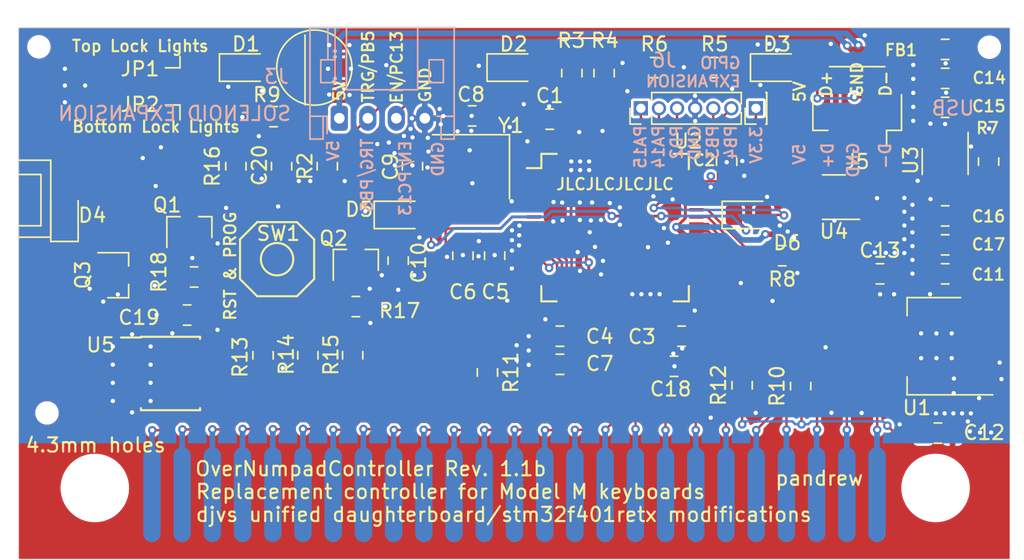
<source format=kicad_pcb>
(kicad_pcb (version 20221018) (generator pcbnew)
  (title_block (title "OverNumpad Controller"))
  (layers (0 "F.Cu" signal) (31 "B.Cu" signal) (34 "B.Paste" user) (35 "F.Paste" user) (36 "B.SilkS" user "B.Silkscreen") (37 "F.SilkS" user "F.Silkscreen") (38 "B.Mask" user) (39 "F.Mask" user) (44 "Edge.Cuts" user))
  (net 0 "")
  (net 1 "GND")
  (net 2 "+3.3VA")
  (net 3 "Net-(U1-VI)")
  (net 4 "VBUS")
  (net 5 "USB_DM_ESD")
  (net 6 "USB_DP_ESD")
  (net 7 "LEDDRV1")
  (net 8 "LEDDRV3")
  (net 9 "USB_DP")
  (net 10 "Net-(Q1-G)")
  (net 11 "MEMBRANE10")
  (net 12 "MEMBRANE9")
  (net 13 "MEMBRANE8")
  (net 14 "MEMBRANE7")
  (net 15 "MEMBRANE5")
  (net 16 "Net-(Q2-G)")
  (net 17 "USB_DM")
  (net 18 "MEMBRANE25")
  (net 19 "MEMBRANE16")
  (net 20 "MEMBRANE15")
  (net 21 "MEMBRANE14")
  (net 22 "MEMBRANE13")
  (net 23 "MEMBRANE12")
  (net 24 "MEMBRANE11")
  (net 25 "MEMBRANE3")
  (net 26 "MEMBRANE2")
  (net 27 "MEMBRANE24")
  (net 28 "MEMBRANE23")
  (net 29 "MEMBRANE22")
  (net 30 "MEMBRANE21")
  (net 31 "MEMBRANE20")
  (net 32 "MEMBRANE18")
  (net 33 "MEMBRANE17")
  (net 34 "Net-(U3-ILIM)")
  (net 38 "SOLENOID_ENABLE")
  (net 39 "GPIO_PA2")
  (net 40 "GPIO_PA1")
  (net 41 "GPIO_PA0")
  (net 42 "GPIO_PB4")
  (net 43 "GPIO_PB3")
  (net 44 "GPIO_PD2")
  (net 45 "GPIO_PA14")
  (net 46 "GPIO_PA15")
  (net 47 "SOLENOID_TRIGGER_CAN_RX_BL")
  (net 48 "LEDDRV2_USART3RX_BL")
  (net 49 "/NRST")
  (net 50 "/OSCI")
  (net 51 "/OSCO")
  (net 52 "/BOOT0")
  (net 53 "MEMBRANE1_PA10")
  (net 54 "MEMBRANE4_PC9")
  (net 55 "MEMBRANE19_PA5")
  (net 56 "MEMBRANE6_PC7")
  (net 57 "/BOOT0_DRV")
  (net 58 "/LD1R")
  (net 59 "/LD2R")
  (net 60 "/LD3R")
  (net 61 "/TopLightsGround")
  (net 62 "/BottomLightsGround")
  (net 67 "Net-(U3-EN)")
  (net 68 "unconnected-(J5-MountPin)")
  (net 69 "Net-(U2-VCAP1)")
  (net 73 "unconnected-(U2-VSS)_3")
  (footprint "Capacitor_SMD:C_0805_2012Metric_Pad1.15x1.40mm_HandSolder" (layer "F.Cu") (at 110.535 153.73 180)
    (fp_text reference "C3")
    (fp_text value "100nF")
  )
  (footprint "Capacitor_SMD:C_0805_2012Metric_Pad1.15x1.40mm_HandSolder" (layer "F.Cu") (at 102 153.73 180)
    (fp_text reference "C4")
    (fp_text value "100nF")
  )
  (footprint "Capacitor_SMD:C_0805_2012Metric_Pad1.15x1.40mm_HandSolder" (layer "F.Cu") (at 97.42 148.08 90)
    (fp_text reference "C5")
    (fp_text value "10nF")
  )
  (footprint "Capacitor_SMD:C_0805_2012Metric_Pad1.15x1.40mm_HandSolder" (layer "F.Cu") (at 102 155.702 180)
    (fp_text reference "C7")
    (fp_text value "4.7uF")
  )
  (footprint "Capacitor_SMD:C_0805_2012Metric_Pad1.15x1.40mm_HandSolder" (layer "F.Cu") (at 95.84 138.27 180)
    (fp_text reference "C8")
    (fp_text value "10pF")
  )
  (footprint "Capacitor_SMD:C_0805_2012Metric_Pad1.15x1.40mm_HandSolder" (layer "F.Cu") (at 91.65 141.8 90)
    (fp_text reference "C9")
    (fp_text value "10pF")
  )
  (footprint "Capacitor_SMD:C_0805_2012Metric_Pad1.15x1.40mm_HandSolder" (layer "F.Cu") (at 90.65 148.425 90)
    (fp_text reference "C10")
    (fp_text value "100nF")
  )
  (footprint "Capacitor_SMD:C_0805_2012Metric_Pad1.15x1.40mm_HandSolder" (layer "F.Cu") (at 128.524 160.528)
    (fp_text reference "C12")
    (fp_text value "100nF")
  )
  (footprint "Capacitor_SMD:C_0805_2012Metric_Pad1.15x1.40mm_HandSolder" (layer "F.Cu") (at 129.032 137.668 180)
    (fp_text reference "C15")
    (fp_text value "100nF")
  )
  (footprint "Capacitor_SMD:C_0805_2012Metric_Pad1.15x1.40mm_HandSolder" (layer "F.Cu") (at 129.032 145.288 180)
    (fp_text reference "C16")
    (fp_text value "100nF")
  )
  (footprint "LED_SMD:LED_0805_2012Metric_Pad1.15x1.40mm_HandSolder" (layer "F.Cu") (at 79.965 134.88)
    (fp_text reference "D1")
    (fp_text value "LED")
  )
  (footprint "LED_SMD:LED_0805_2012Metric_Pad1.15x1.40mm_HandSolder" (layer "F.Cu") (at 98.745 134.88)
    (fp_text reference "D2")
    (fp_text value "LED")
  )
  (footprint "LED_SMD:LED_0805_2012Metric_Pad1.15x1.40mm_HandSolder" (layer "F.Cu") (at 117.23 134.88)
    (fp_text reference "D3")
    (fp_text value "LED")
  )
  (footprint "Resistor_SMD:R_0805_2012Metric_Pad1.15x1.40mm_HandSolder" (layer "F.Cu") (at 85.67364 141.8 -90)
    (fp_text reference "R2")
    (fp_text value "62k")
  )
  (footprint "Resistor_SMD:R_0805_2012Metric_Pad1.15x1.40mm_HandSolder" (layer "F.Cu") (at 132.08 141.478 90)
    (fp_text reference "R7")
    (fp_text value "62k")
  )
  (footprint "Resistor_SMD:R_0805_2012Metric_Pad1.15x1.40mm_HandSolder" (layer "F.Cu") (at 117.602 148.082 180)
    (fp_text reference "R8")
    (fp_text value "62k")
  )
  (footprint "Package_TO_SOT_SMD:SOT-223-3_TabPin2" (layer "F.Cu") (at 128.27 154.432 180)
    (fp_text reference "U1")
    (fp_text value "AMS1117-3.3")
  )
  (footprint "Package_QFP:LQFP-64_10x10mm_P0.5mm" (layer "F.Cu") (at 105.87 146.11)
    (fp_text reference "U2")
    (fp_text value "STM32F401RETx")
  )
  (footprint "Package_TO_SOT_SMD:SOT-23-6_Handsoldering" (layer "F.Cu") (at 129.032 141.478 -90)
    (fp_text reference "U3")
    (fp_text value "TPS2553DBVR")
  )
  (footprint "Package_TO_SOT_SMD:SOT-23-6" (layer "F.Cu") (at 121.2225 143.97 180)
    (fp_text reference "U4")
    (fp_text value "USBLC6-2SC6")
  )
  (footprint "Crystal:Crystal_SMD_3225-4Pin_3.2x2.5mm_HandSoldering" (layer "F.Cu") (at 95.76 141.84 180)
    (fp_text reference "Y1")
    (fp_text value "8MHz")
  )
  (footprint "LED_SMD:LED_0805_2012Metric_Pad1.15x1.40mm_HandSolder" (layer "F.Cu") (at 67.23 145.22 90)
    (fp_text reference "D4")
    (fp_text value "LED")
  )
  (footprint "LED_SMD:LED_0805_2012Metric_Pad1.15x1.40mm_HandSolder" (layer "F.Cu") (at 90.825 145.22)
    (fp_text reference "D5")
    (fp_text value "LED")
  )
  (footprint "Capacitor_SMD:C_0805_2012Metric_Pad1.15x1.40mm_HandSolder" (layer "F.Cu") (at 101.28 138.5)
    (fp_text reference "C1")
    (fp_text value "100nF")
  )
  (footprint "LED_SMD:LED_0805_2012Metric_Pad1.15x1.40mm_HandSolder" (layer "F.Cu") (at 115.24 145.22)
    (fp_text reference "D6")
    (fp_text value "LED")
  )
  (footprint "Capacitor_SMD:C_0805_2012Metric_Pad1.15x1.40mm_HandSolder" (layer "F.Cu") (at 113.7 141.48 -90)
    (fp_text reference "C2")
    (fp_text value "100nF")
  )
  (footprint "Capacitor_SMD:C_0805_2012Metric_Pad1.15x1.40mm_HandSolder" (layer "F.Cu") (at 129.032 147.32 180)
    (fp_text reference "C17")
    (fp_text value "22uF")
  )
  (footprint "Capacitor_SMD:C_0805_2012Metric_Pad1.15x1.40mm_HandSolder" (layer "F.Cu") (at 124.46 149.352)
    (fp_text reference "C13")
    (fp_text value "22uF")
  )
  (footprint "Inductor_SMD:L_0805_2012Metric_Pad1.15x1.40mm_HandSolder" (layer "F.Cu") (at 129.032 133.604 180)
    (fp_text reference "FB1")
    (fp_text value "Ferrite_Bead")
  )
  (footprint "Capacitor_SMD:C_0805_2012Metric_Pad1.15x1.40mm_HandSolder" (layer "F.Cu") (at 129.032 135.636 180)
    (fp_text reference "C14")
    (fp_text value "1uF")
  )
  (footprint "Capacitor_SMD:C_0805_2012Metric_Pad1.15x1.40mm_HandSolder" (layer "F.Cu") (at 129.032 149.352 180)
    (fp_text reference "C11")
    (fp_text value "100nF")
  )
  (footprint "Capacitor_SMD:C_0805_2012Metric_Pad1.15x1.40mm_HandSolder" (layer "F.Cu") (at 95.19 148.08 90)
    (fp_text reference "C6")
    (fp_text value "1uF")
  )
  (footprint "controller:tooling_hole" (layer "F.Cu") (at 65.43802 133.42112)
    (fp_text reference "H1" hide)
    (fp_text value "MountingHole" hide)
  )
  (footprint "controller:tooling_hole" (layer "F.Cu") (at 132.13334 133.44906)
    (fp_text reference "H2" hide)
    (fp_text value "MountingHole" hide)
  )
  (footprint "controller:tooling_hole" (layer "F.Cu") (at 66.00444 159.11322)
    (fp_text reference "H3" hide)
    (fp_text value "MountingHole" hide)
  )
  (footprint "controller:shortable" (layer "F.Cu") (at 69.507 137.414 180)
    (fp_text reference "JP2")
    (fp_text value "SolderJumper_2_Open" hide)
  )
  (footprint "Connector_PinHeader_1.27mm:PinHeader_1x06_P1.27mm_Vertical" (layer "F.Cu") (at 107.67822 137.73658 90)
    (fp_text reference "J6")
    (fp_text value "Conn_01x06")
  )
  (footprint "Resistor_SMD:R_0805_2012Metric_Pad1.15x1.40mm_HandSolder" (layer "F.Cu") (at 105.09758 135.2677 -90)
    (fp_text reference "R4")
    (fp_text value "47")
  )
  (footprint "Capacitor_SMD:C_0805_2012Metric_Pad1.15x1.40mm_HandSolder" (layer "F.Cu") (at 110.0074 155.8417)
    (fp_text reference "C18")
    (fp_text value "4.7uF")
  )
  (footprint "Resistor_SMD:R_0805_2012Metric_Pad1.15x1.40mm_HandSolder" (layer "F.Cu") (at 108.61294 134.88 180)
    (fp_text reference "R6")
    (fp_text value "62k")
  )
  (footprint "Resistor_SMD:R_0805_2012Metric_Pad1.15x1.40mm_HandSolder" (layer "F.Cu") (at 81.90484 138.32332)
    (fp_text reference "R9")
    (fp_text value "62k")
  )
  (footprint "Resistor_SMD:R_0805_2012Metric_Pad1.15x1.40mm_HandSolder" (layer "F.Cu") (at 118.88978 157.226 90)
    (fp_text reference "R10")
    (fp_text value "62k")
  )
  (footprint "Resistor_SMD:R_0805_2012Metric_Pad1.15x1.40mm_HandSolder" (layer "F.Cu") (at 102.83698 135.2677 -90)
    (fp_text reference "R3")
    (fp_text value "47")
  )
  (footprint "Resistor_SMD:R_0805_2012Metric_Pad1.15x1.40mm_HandSolder" (layer "F.Cu") (at 112.82426 134.88 180)
    (fp_text reference "R5")
    (fp_text value "47")
  )
  (footprint "Resistor_SMD:R_0805_2012Metric_Pad1.15x1.40mm_HandSolder" (layer "F.Cu") (at 96.91116 156.2735 -90)
    (fp_text reference "R11")
    (fp_text value "62k")
  )
  (footprint "Resistor_SMD:R_0805_2012Metric_Pad1.15x1.40mm_HandSolder" (layer "F.Cu") (at 114.7826 157.17266 90)
    (fp_text reference "R12")
    (fp_text value "62k")
  )
  (footprint "Capacitor_SMD:C_0805_2012Metric_Pad1.15x1.40mm_HandSolder" (layer "F.Cu") (at 75.84108 152.24536 180)
    (fp_text reference "C19")
    (fp_text value "100nF")
  )
  (footprint "Resistor_SMD:R_0805_2012Metric_Pad1.15x1.40mm_HandSolder" (layer "F.Cu") (at 81.1668 155.0678 -90)
    (fp_text reference "R13")
    (fp_text value "2k")
  )
  (footprint "Resistor_SMD:R_0805_2012Metric_Pad1.15x1.40mm_HandSolder" (layer "F.Cu") (at 84.31132 155.0678 -90)
    (fp_text reference "R14")
    (fp_text value "2k")
  )
  (footprint "Resistor_SMD:R_0805_2012Metric_Pad1.15x1.40mm_HandSolder" (layer "F.Cu") (at 87.45584 155.0678 -90)
    (fp_text reference "R15")
    (fp_text value "2k")
  )
  (footprint "Package_SO:SOIC-8_3.9x4.9mm_P1.27mm" (layer "F.Cu") (at 74.67124 156.34572)
    (fp_text reference "U5")
    (fp_text value "24LC64")
  )
  (footprint "Capacitor_SMD:C_0805_2012Metric_Pad1.15x1.40mm_HandSolder" (layer "F.Cu") (at 82.46689 141.8 -90)
    (fp_text reference "C20")
    (fp_text value "1uF")
  )
  (footprint "Package_TO_SOT_SMD:SOT-23" (layer "F.Cu") (at 75.9968 146.1008 90)
    (fp_text reference "Q1")
    (fp_text value "Q_PMOS_GSD AO3401A")
  )
  (footprint "Resistor_SMD:R_0805_2012Metric_Pad1.15x1.40mm_HandSolder" (layer "F.Cu") (at 79.26014 141.8 90)
    (fp_text reference "R16")
    (fp_text value "390")
  )
  (footprint "controller:shortable_shorted" (layer "F.Cu") (at 69.507 134.874 180)
    (fp_text reference "JP1")
    (fp_text value "SolderJumper_2_Bridged" hide)
  )
  (footprint "controller:PinHeader_1x01_P1.27mm_Vertical_mod_no_courtyard_no_ref" (layer "F.Cu") (at 115.75166 137.73658 90)
    (fp_text reference "J4" hide)
    (fp_text value "Conn_01x01")
  )
  (footprint "Package_TO_SOT_SMD:SOT-23" (layer "F.Cu") (at 87.675 148.4 90)
    (fp_text reference "Q2")
    (fp_text value "Q_NMOS_GSD 2N7002")
  )
  (footprint "Package_TO_SOT_SMD:SOT-23" (layer "F.Cu") (at 70.975 149.45)
    (fp_text reference "Q3")
    (fp_text value "Q_NMOS_GSD 2N7002")
  )
  (footprint "Resistor_SMD:R_0805_2012Metric_Pad1.15x1.40mm_HandSolder" (layer "F.Cu") (at 87.675 151.65 180)
    (fp_text reference "R17")
    (fp_text value "2k")
  )
  (footprint "Resistor_SMD:R_0805_2012Metric_Pad1.15x1.40mm_HandSolder" (layer "F.Cu") (at 76.325 149.575)
    (fp_text reference "R18")
    (fp_text value "2k")
  )
  (footprint "controller:switch_K2-1187SQ-A4SW-06" (layer "F.Cu") (at 82.15 148.325 -90)
    (fp_text reference "SW1")
    (fp_text value "SW_Push")
  )
  (footprint "Connector_JST:JST_SH_SM04B-SRSS-TB_1x04-1MP_P1.00mm_Horizontal" (layer "F.Cu") (at 122.86 137.5 180)
    (fp_text reference "J5")
    (fp_text value "Conn_01x04_MountingPin")
  )
  (footprint "Connector_JST:JST_PH_S4B-PH-K_1x04_P2.00mm_Horizontal" (layer "B.Cu") (at 86.51748 138.43508)
    (fp_text reference "J3")
    (fp_text value "Conn_Solenoid_Driver")
  )
  (footprint "controller:membrane_connector" (layer "B.Cu") (at 124.25 164.85 180)
    (fp_text reference "J1" hide)
    (fp_text value "Conn_01x25_Membrane")
  )
  (gr_line (start 90.4875 141.89202) (end 91.7321 141.46276) (stroke (width 0.12)) (layer "B.SilkS"))
  (gr_line (start 87.79764 142.48638) (end 89.04224 142.05712) (stroke (width 0.12)) (layer "B.SilkS"))
  (gr_line (start 65.58 142.38) (end 65.58 145.98) (stroke (width 0.12)) (layer "F.SilkS"))
  (gr_line (start 66.27 141.38) (end 66.27 146.78) (stroke (width 0.12)) (layer "F.SilkS"))
  (gr_line (start 75.3378 134.89686) (end 75.3378 134.08152) (stroke (width 0.12)) (layer "F.SilkS"))
  (gr_line (start 75.3378 137.5029) (end 74.31418 137.5029) (stroke (width 0.12)) (layer "F.SilkS"))
  (gr_line (start 75.3378 138.54938) (end 75.3378 137.5029) (stroke (width 0.12)) (layer "F.SilkS"))
  (gr_line (start 74.31418 134.89686) (end 75.3378 134.89686) (stroke (width 0.12)) (layer "F.SilkS"))
  (gr_line (start 89.88298 135.40994) (end 91.12758 135.8392) (stroke (width 0.12)) (layer "F.SilkS"))
  (gr_line (start 64.01 145.98) (end 65.58 145.98) (stroke (width 0.12)) (layer "F.SilkS"))
  (gr_line (start 66.27 146.78) (end 64.01 146.78) (stroke (width 0.12)) (layer "F.SilkS"))
  (gr_line (start 84.11 132.59816) (end 84.11 137.49274) (stroke (width 0.12)) (layer "F.SilkS"))
  (gr_line (start 87.88146 134.72922) (end 89.12606 135.15848) (stroke (width 0.12)) (layer "F.SilkS"))
  (gr_line (start 64.01 142.38) (end 65.58 142.38) (stroke (width 0.12)) (layer "F.SilkS"))
  (gr_circle (center 84.765 134.88) (end 87.4 134.98) (stroke (width 0.12)) (fill none) (layer "F.SilkS"))
  (gr_line (start 66.27 141.38) (end 64.01 141.38) (stroke (width 0.12)) (layer "F.SilkS"))
  (gr_line (start 133.58 132.08) (end 64.01 132.08) (stroke (width 0.05)) (layer "Edge.Cuts"))
  (gr_line (start 64.01 132.08) (end 64.01 169.38) (stroke (width 0.05)) (layer "Edge.Cuts"))
  (gr_line (start 64.01 169.38) (end 133.58 169.38) (stroke (width 0.05)) (layer "Edge.Cuts"))
  (gr_line (start 133.58 169.38) (end 133.58 132.08) (stroke (width 0.05)) (layer "Edge.Cuts"))
  (gr_text "PA14" (at 108.9152 138.84938 90) (layer "B.SilkS") (effects (font (size 0.8 0.8)) (justify left mirror)))
  (gr_text "PD2" (at 110.1852 138.84938 90) (layer "B.SilkS") (effects (font (size 0.8 0.8)) (justify left mirror)))
  (gr_text "GND" (at 111.4552 138.84938 90) (layer "B.SilkS") (effects (font (size 0.8 0.8)) (justify left mirror)))
  (gr_text "PB3" (at 112.7252 138.84938 90) (layer "B.SilkS") (effects (font (size 0.8 0.8)) (justify left mirror)))
  (gr_text "PB4" (at 113.9952 138.84938 90) (layer "B.SilkS") (effects (font (size 0.8 0.8)) (justify left mirror)))
  (gr_text "D-" (at 124.81814 141.0716 90) (layer "B.SilkS") (effects (font (size 0.8 0.8)) (justify mirror)))
  (gr_text "D+" (at 120.77954 141.05382 90) (layer "B.SilkS") (effects (font (size 0.8 0.8)) (justify mirror)))
  (gr_text "GND" (at 122.57532 141.37386 90) (layer "B.SilkS") (effects (font (size 0.8 0.8)) (justify mirror)))
  (gr_text "5V" (at 118.79072 140.9573 90) (layer "B.SilkS") (effects (font (size 0.8 0.8)) (justify mirror)))
  (gr_text "PC13" (at 91.14536 142.0495 90) (layer "B.SilkS") (effects (font (size 0.8 0.8)) (justify left mirror)))
  (gr_text "5V" (at 86.08822 139.88796 90) (layer "B.SilkS") (effects (font (size 0.8 0.8)) (justify left mirror)))
  (gr_text "GND" (at 93.4339 139.98448 90) (layer "B.SilkS") (effects (font (size 0.8 0.8)) (justify left mirror)))
  (gr_text "EN" (at 91.14536 139.91844 90) (layer "B.SilkS") (effects (font (size 0.8 0.8)) (justify left mirror)))
  (gr_text "TRG" (at 88.47074 139.7635 90) (layer "B.SilkS") (effects (font (size 0.8 0.8)) (justify left mirror)))
  (gr_text "PB5" (at 88.47074 142.57274 90) (layer "B.SilkS") (effects (font (size 0.8 0.8)) (justify left mirror)))
  (gr_text "3.3V" (at 115.77066 138.9205 90) (layer "B.SilkS") (effects (font (size 0.8 0.8)) (justify left mirror)))
  (gr_text "GPIO\nEXPANSION" (at 114.76482 135.2042) (layer "B.SilkS") (effects (font (size 0.8 0.8)) (justify left mirror)))
  (gr_text "PA15" (at 107.6452 138.84938 90) (layer "B.SilkS") (effects (font (size 0.8 0.8)) (justify left mirror)))
  (gr_text "USB" (at 129.57532 137.72536) (layer "B.SilkS") (effects (font (size 1 1)) (justify mirror)))
  (gr_text "SOLENOID EXPANSION" (at 74.9554 138.10488) (layer "B.SilkS") (effects (font (size 1 1)) (justify mirror)))
  (gr_text "GND" (at 122.84202 135.70712 90) (layer "F.SilkS") (effects (font (size 0.8 0.8))))
  (gr_text "D+" (at 120.67032 136.02716 90) (layer "F.SilkS") (effects (font (size 0.8 0.8))))
  (gr_text "D-" (at 124.85116 136.00684 90) (layer "F.SilkS") (effects (font (size 0.8 0.8))))
  (gr_text "GND" (at 92.54236 136.09574 90) (layer "F.SilkS") (effects (font (size 0.8 0.8))))
  (gr_text "EN" (at 90.54338 137.46988 90) (layer "F.SilkS") (effects (font (size 0.8 0.8)) (justify left)))
  (gr_text "TRG" (at 88.54186 137.40638 90) (layer "F.SilkS") (effects (font (size 0.8 0.8)) (justify left)))
  (gr_text "5V" (at 86.51748 136.4996 90) (layer "F.SilkS") (effects (font (size 0.8 0.8))))
  (gr_text "Top Lock Lights" (at 72.54814 133.36524) (layer "F.SilkS") (effects (font (size 0.8 0.8))))
  (gr_text "Bottom Lock Lights" (at 73.65812 139.02436) (layer "F.SilkS") (effects (font (size 0.8 0.8))))
  (gr_text "PB5" (at 88.54186 134.74446 90) (layer "F.SilkS") (effects (font (size 0.8 0.8)) (justify left)))
  (gr_text "PC13" (at 90.54338 135.52932 90) (layer "F.SilkS") (effects (font (size 0.8 0.8)) (justify left)))
  (gr_text "4.3mm holes" (at 69.42 161.37) (layer "F.SilkS") (effects (font (size 1 1))))
  (gr_text "RST & PROG" (at 78.86 148.81 90) (layer "F.SilkS") (effects (font (size 0.8 0.8))))
  (gr_text "OverNumpadController Rev. 1.1b" (at 76.31938 163.03498) (layer "F.SilkS") (effects (font (size 1 1)) (justify left)))
  (gr_text "JLCJLCJLCJLC" (at 105.8672 143.06296) (layer "F.SilkS") (effects (font (size 0.8 0.8))))
  (gr_text "Replacement controller for Model M keyboards\ndjvs unified daughterboard/stm32f401retx modifications" (at 76.36 165.44) (layer "F.SilkS") (effects (font (size 1 1)) (justify left)))
  (gr_text "pandrew" (at 120.2 163.7) (layer "F.SilkS") (effects (font (size 1 1))))
  (gr_text "5V" (at 118.81612 136.57326 90) (layer "F.SilkS") (effects (font (size 0.8 0.8))))
  (segment (start 96.30748 147.055) (end 95.19 147.055) (width 0.17) (layer "F.Cu") (net 1))
  (segment (start 92.77292 140.775) (end 94.225 140.775) (width 0.17) (layer "F.Cu") (net 1))
  (segment (start 94.815 139.35776) (end 94.815 140.185) (width 0.17) (layer "F.Cu") (net 1))
  (segment (start 94.815 138.27) (end 94.815 139.35776) (width 0.17) (layer "F.Cu") (net 1))
  (segment (start 109.12 151.81) (end 109.12 153.32) (width 0.17) (layer "F.Cu") (net 1))
  (segment (start 68.68 134.874) (end 68.68 133.2595) (width 0.17) (layer "F.Cu") (net 1))
  (segment (start 122.43 144.04) (end 122.36 143.97) (width 0.17) (layer "F.Cu") (net 1))
  (segment (start 124.25 144.04) (end 122.43 144.04) (width 0.17) (layer "F.Cu") (net 1))
  (segment (start 68.84 134.88) (end 68.834 134.874) (width 0.17) (layer "F.Cu") (net 1))
  (segment (start 68.68 134.874) (end 67.2606 134.874) (width 0.17) (layer "F.Cu") (net 1))
  (segment (start 94.225 140.775) (end 94.31 140.69) (width 0.17) (layer "F.Cu") (net 1))
  (segment (start 98.225 147.86) (end 97.42 147.055) (width 0.17) (layer "F.Cu") (net 1))
  (segment (start 102.62 138.815) (end 102.62 140.41) (width 0.17) (layer "F.Cu") (net 1))
  (segment (start 100.17 147.86) (end 98.225 147.86) (width 0.17) (layer "F.Cu") (net 1))
  (segment (start 109.12 153.32) (end 109.51 153.71) (width 0.17) (layer "F.Cu") (net 1))
  (segment (start 91.65 140.775) (end 92.77292 140.775) (width 0.17) (layer "F.Cu") (net 1))
  (segment (start 102.305 138.5) (end 102.62 138.815) (width 0.17) (layer "F.Cu") (net 1))
  (segment (start 68.68 137.414) (end 68.68 139.22408) (width 0.17) (layer "F.Cu") (net 1))
  (segment (start 68.68 137.414) (end 67.451948 137.414) (width 0.17) (layer "F.Cu") (net 1))
  (segment (start 94.815 140.185) (end 94.31 140.69) (width 0.17) (layer "F.Cu") (net 1))
  (segment (start 68.68 134.874) (end 68.68 137.414) (width 0.17) (layer "F.Cu") (net 1))
  (segment (start 97.42 147.055) (end 96.30748 147.055) (width 0.17) (layer "F.Cu") (net 1))
  (segment (start 67.451948 137.414) (end 67.2606 137.222652) (width 0.17) (layer "F.Cu") (net 1))
  (via (at 100.9777 152.5397) (size 0.6) (drill 0.3) (layers "F.Cu" "B.Cu") (net 1))
  (via (at 103.40594 149.14626) (size 0.6) (drill 0.3) (layers "F.Cu" "B.Cu") (net 1))
  (via (at 126.16688 145.960592) (size 0.6) (drill 0.3) (layers "F.Cu" "B.Cu") (net 1))
  (via (at 126.16688 144.02816) (size 0.6) (drill 0.3) (layers "F.Cu" "B.Cu") (net 1))
  (via (at 126.16688 147.893024) (size 0.6) (drill 0.3) (layers "F.Cu" "B.Cu") (net 1))
  (via (at 126.16688 144.994376) (size 0.6) (drill 0.3) (layers "F.Cu" "B.Cu") (net 1))
  (via (at 126.16688 146.926808) (size 0.6) (drill 0.3) (layers "F.Cu" "B.Cu") (net 1))
  (via (at 131.41198 158.07182) (size 0.6) (drill 0.3) (layers "F.Cu" "B.Cu") (net 1))
  (via (at 67.2606 136.13892) (size 0.6) (drill 0.3) (layers "F.Cu" "B.Cu") (net 1))
  (via (at 68.6816 136.13892) (size 0.6) (drill 0.3) (layers "F.Cu" "B.Cu") (net 1))
  (via (at 67.2606 134.964594) (size 0.6) (drill 0.3) (layers "F.Cu" "B.Cu") (net 1))
  (via (at 67.2606 137.313246) (size 0.6) (drill 0.3) (layers "F.Cu" "B.Cu") (net 1))
  (via (at 85.8 133.3) (size 0.6) (drill 0.3) (layers "F.Cu" "B.Cu") (net 1))
  (via (at 99.15398 145.96618) (size 0.6) (drill 0.3) (layers "F.Cu" "B.Cu") (net 1))
  (via (at 126.79172 138.61796) (size 0.6) (drill 0.3) (layers "F.Cu" "B.Cu") (net 1))
  (via (at 103.42245 142.0749) (size 0.6) (drill 0.3) (layers "F.Cu" "B.Cu") (net 1))
  (via (at 78.575 144.725) (size 0.6) (drill 0.3) (layers "F.Cu" "B.Cu") (net 1))
  (via (at 106.39298 134.55396) (size 0.6) (drill 0.3) (layers "F.Cu" "B.Cu") (net 1))
  (via (at 101.23932 137.6045) (size 0.6) (drill 0.3) (layers "F.Cu" "B.Cu") (net 1))
  (via (at 89.5 149.45) (size 0.6) (drill 0.3) (layers "F.Cu" "B.Cu") (net 1))
  (via (at 129.63144 157.72638) (size 0.6) (drill 0.3) (layers "F.Cu" "B.Cu") (net 1))
  (via (at 129.49174 155.2702) (size 0.6) (drill 0.3) (layers "F.Cu" "B.Cu") (net 1))
  (via (at 104.0511 142.0749) (size 0.6) (drill 0.3) (layers "F.Cu" "B.Cu") (net 1))
  (via (at 129.06502 134.57936) (size 0.6) (drill 0.3) (layers "F.Cu" "B.Cu") (net 1))
  (via (at 83.67466 142.84394) (size 0.6) (drill 0.3) (layers "F.Cu" "B.Cu") (net 1))
  (via (at 130.76682 160.40862) (size 0.6) (drill 0.3) (layers "F.Cu" "B.Cu") (net 1))
  (via (at 115.7351 159.10814) (size 0.6) (drill 0.3) (layers "F.Cu" "B.Cu") (net 1))
  (via (at 108.55706 143.91386) (size 0.6) (drill 0.3) (layers "F.Cu" "B.Cu") (net 1))
  (via (at 124.09932 147.8534) (size 0.6) (drill 0.3) (layers "F.Cu" "B.Cu") (net 1))
  (via (at 105.02138 148.44268) (size 0.6) (drill 0.3) (layers "F.Cu" "B.Cu") (net 1))
  (via (at 99.13874 146.64944) (size 0.6) (drill 0.3) (layers "F.Cu" "B.Cu") (net 1))
  (via (at 74 140.475) (size 0.6) (drill 0.3) (layers "F.Cu" "B.Cu") (net 1))
  (via (at 98.46564 139.05992) (size 0.6) (drill 0.3) (layers "F.Cu" "B.Cu") (net 1))
  (via (at 128.994535 159.1437) (size 0.6) (drill 0.3) (layers "F.Cu" "B.Cu") (net 1))
  (via (at 94.07652 148.16074) (size 0.6) (drill 0.3) (layers "F.Cu" "B.Cu") (net 1))
  (via (at 95.80372 138.26998) (size 0.6) (drill 0.3) (layers "F.Cu" "B.Cu") (net 1))
  (via (at 114.79784 141.43736) (size 0.6) (drill 0.3) (layers "F.Cu" "B.Cu") (net 1))
  (via (at 126.7333 149.3393) (size 0.6) (drill 0.3) (layers "F.Cu" "B.Cu") (net 1))
  (via (at 124.86894 147.88134) (size 0.6) (drill 0.3) (layers "F.Cu" "B.Cu") (net 1))
  (via (at 116.9162 151.25446) (size 0.6) (drill 0.3) (layers "F.Cu" "B.Cu") (net 1))
  (via (at 130.83286 159.1437) (size 0.6) (drill 0.3) (layers "F.Cu" "B.Cu") (net 1))
  (via (at 107.07624 150.77948) (size 0.6) (drill 0.3) (layers "F.Cu" "B.Cu") (net 1))
  (via (at 96.30748 147.055) (size 0.6) (drill 0.3) (layers "F.Cu" "B.Cu") (net 1))
  (via (at 130.62712 159.71266) (size 0.6) (drill 0.3) (layers "F.Cu" "B.Cu") (net 1))
  (via (at 93.81744 138.28268) (size 0.6) (drill 0.3) (layers "F.Cu" "B.Cu") (net 1))
  (via (at 102.175 145.6) (size 0.6) (drill 0.3) (layers "F.Cu" "B.Cu") (net 1))
  (via (at 130.84556 140.42136) (size 0.6) (drill 0.3) (layers "F.Cu" "B.Cu") (net 1))
  (via (at 96.28632 148.1201) (size 0.6) (drill 0.3) (layers "F.Cu" "B.Cu") (net 1))
  (via (at 109.9566 154.95016) (size 0.6) (drill 0.3) (layers "F.Cu" "B.Cu") (net 1))
  (via (at 116.06022 136.10336) (size 0.6) (drill 0.3) (layers "F.Cu" "B.Cu") (net 1))
  (via (at 90.4113 141.73962) (size 0.6) (drill 0.3) (layers "F.Cu" "B.Cu") (net 1))
  (via (at 77.97 153.28) (size 0.6) (drill 0.3) (layers "F.Cu" "B.Cu") (net 1))
  (via (at 103.3526 139.4079) (size 0.6) (drill 0.3) (layers "F.Cu" "B.Cu") (net 1))
  (via (at 125.48616 147.8788) (size 0.6) (drill 0.3) (layers "F.Cu" "B.Cu") (net 1))
  (via (at 73.275 157) (size 0.6) (drill 0.3) (layers "F.Cu" "B.Cu") (net 1))
  (via (at 126.7333 146.440652) (size 0.6) (drill 0.3) (layers "F.Cu" "B.Cu") (net 1))
  (via (at 73.275 158.275) (size 0.6) (drill 0.3) (layers "F.Cu" "B.Cu") (net 1))
  (via (at 89.18448 140.24864) (size 0.6) (drill 0.3) (layers "F.Cu" "B.Cu") (net 1))
  (via (at 99.8093 155.7401) (size 0.6) (drill 0.3) (layers "F.Cu" "B.Cu") (net 1))
  (via (at 95.18904 148.03628) (size 0.6) (drill 0.3) (layers "F.Cu" "B.Cu") (net 1))
  (via (at 73.275 154.45) (size 0.6) (drill 0.3) (layers "F.Cu" "B.Cu") (net 1))
  (via (at 129.49174 153.5303) (size 0.6) (drill 0.3) (layers "F.Cu" "B.Cu") (net 1))
  (via (at 118.65864 149.29612) (size 0.6) (drill 0.3) (layers "F.Cu" "B.Cu") (net 1))
  (via (at 71.975 159.075) (size 0.6) (drill 0.3) (layers "F.Cu" "B.Cu") (net 1))
  (via (at 92.72778 139.80668) (size 0.6) (drill 0.3) (layers "F.Cu" "B.Cu") (net 1))
  (via (at 99.8093 153.72842) (size 0.6) (drill 0.3) (layers "F.Cu" "B.Cu") (net 1))
  (via (at 104.0892 146.43354) (size 0.6) (drill 0.3) (layers "F.Cu" "B.Cu") (net 1))
  (via (at 106.20502 145.90776) (size 0.6) (drill 0.3) (layers "F.Cu" "B.Cu") (net 1))
  (via (at 116.5352 143.95196) (size 0.6) (drill 0.3) (layers "F.Cu" "B.Cu") (net 1))
  (via (at 99.46132 137.44956) (size 0.6) (drill 0.3) (layers "F.Cu" "B.Cu") (net 1))
  (via (at 72.725 141.225) (size 0.6) (drill 0.3) (layers "F.Cu" "B.Cu") (net 1))
  (via (at 99.13112 147.3581) (size 0.6) (drill 0.3) (layers "F.Cu" "B.Cu") (net 1))
  (via (at 108.9914 150.77948) (size 0.6) (drill 0.3) (layers "F.Cu" "B.Cu") (net 1))
  (via (at 126.7333 147.406868) (size 0.6) (drill 0.3) (layers "F.Cu" "B.Cu") (net 1))
  (via (at 88.34 144.97) (size 0.6) (drill 0.3) (layers "F.Cu" "B.Cu") (net 1))
  (via (at 121.26 145.62) (size 0.6) (drill 0.3) (layers "F.Cu" "B.Cu") (net 1))
  (via (at 94.815 139.35776) (size 0.6) (drill 0.3) (layers "F.Cu" "B.Cu") (net 1))
  (via (at 89.8144 134.7089) (size 0.6) (drill 0.3) (layers "F.Cu" "B.Cu") (net 1))
  (via (at 126.79172 137.63625) (size 0.6) (drill 0.3) (layers "F.Cu" "B.Cu") (net 1))
  (via (at 127.97282 150.77948) (size 0.6) (drill 0.3) (layers "F.Cu" "B.Cu") (net 1))
  (via (at 82.54 155.97) (size 0.6) (drill 0.3) (layers "F.Cu" "B.Cu") (net 1))
  (via (at 116.69672 133.2103) (size 0.6) (drill 0.3) (layers "F.Cu" "B.Cu") (net 1))
  (via (at 126.7333 145.474436) (size 0.6) (drill 0.3) (layers "F.Cu" "B.Cu") (net 1))
  (via (at 97.41916 148.03882) (size 0.6) (drill 0.3) (layers "F.Cu" "B.Cu") (net 1))
  (via (at 129.64668 156.70276) (size 0.6) (drill 0.3) (layers "F.Cu" "B.Cu") (net 1))
  (via (at 126.7333 144.50822) (size 0.6) (drill 0.3) (layers "F.Cu" "B.Cu") (net 1))
  (via (at 91.65844 139.7762) (size 0.6) (drill 0.3) (layers "F.Cu" "B.Cu") (net 1))
  (via (at 129.10058 136.6393) (size 0.6) (drill 0.3) (layers "F.Cu" "B.Cu") (net 1))
  (via (at 127.34544 153.5303) (size 0.6) (drill 0.3) (layers "F.Cu" "B.Cu") (net 1))
  (via (at 120.64238 154.50566) (size 0.6) (drill 0.3) (layers "F.Cu" "B.Cu") (net 1))
  (via (at 129.02692 138.84148) (size 0.6) (drill 0.3) (layers "F.Cu" "B.Cu") (net 1))
  (via (at 70.625 155.725) (size 0.6) (drill 0.3) (layers "F.Cu" "B.Cu") (net 1))
  (via (at 95.66656 140.68298) (size 0.6) (drill 0.3) (layers "F.Cu" "B.Cu") (net 1))
  (via (at 104.4575 147.46224) (size 0.6) (drill 0.3) (layers "F.Cu" "B.Cu") (net 1))
  (via (at 70.625 157) (size 0.6) (drill 0.3) (layers "F.Cu" "B.Cu") (net 1))
  (via (at 128.00584 144.10944) (size 0.6) (drill 0.3) (layers "F.Cu" "B.Cu") (net 1))
  (via (at 114.08664 136.37768) (size 0.6) (drill 0.3) (layers "F.Cu" "B.Cu") (net 1))
  (via (at 127.09906 142.82166) (size 0.6) (drill 0.3) (layers "F.Cu" "B.Cu") (net 1))
  (via (at 112.58042 159.44596) (size 0.6) (drill 0.3) (layers "F.Cu" "B.Cu") (net 1))
  (via (at 102.7938 141.4653) (size 0.6) (drill 0.3) (layers "F.Cu" "B.Cu") (net 1))
  (via (at 103.24592 147.828) (size 0.6) (drill 0.3) (layers "F.Cu" "B.Cu") (net 1))
  (via (at 117.22504 133.6675) (size 0.6) (drill 0.3) (layers "F.Cu" "B.Cu") (net 1))
  (via (at 124.25 144.04) (size 0.6) (drill 0.3) (layers "F.Cu" "B.Cu") (net 1))
  (via (at 88.7 152.8) (size 0.6) (drill 0.3) (layers "F.Cu" "B.Cu") (net 1))
  (via (at 112.58296 143.26616) (size 0.6) (drill 0.3) (layers "F.Cu" "B.Cu") (net 1))
  (via (at 88.65 150.4) (size 0.6) (drill 0.3) (layers "F.Cu" "B.Cu") (net 1))
  (via (at 104.98836 139.32662) (size 0.6) (drill 0.3) (layers "F.Cu" "B.Cu") (net 1))
  (via (at 128.38176 159.1437) (size 0.6) (drill 0.3) (layers "F.Cu" "B.Cu") (net 1))
  (via (at 87.23376 136.80186) (size 0.6) (drill 0.3) (layers "F.Cu" "B.Cu") (net 1))
  (via (at 78.725 136.225) (size 0.6) (drill 0.3) (layers "F.Cu" "B.Cu") (net 1))
  (via (at 125.83668 159.91586) (size 0.6) (drill 0.3) (layers "F.Cu" "B.Cu") (net 1))
  (via (at 93.63202 138.86434) (size 0.6) (drill 0.3) (layers "F.Cu" "B.Cu") (net 1))
  (via (at 103.42245 141.4653) (size 0.6) (drill 0.3) (layers "F.Cu" "B.Cu") (net 1))
  (via (at 104.88168 145.57756) (size 0.6) (drill 0.3) (layers "F.Cu" "B.Cu") (net 1))
  (via (at 108.18114 147.48256) (size 0.6) (drill 0.3) (layers "F.Cu" "B.Cu") (net 1))
  (via (at 69.95 151.3) (size 0.6) (drill 0.3) (layers "F.Cu" "B.Cu") (net 1))
  (via (at 107.714626 150.77948) (size 0.6) (drill 0.3) (layers "F.Cu" "B.Cu") (net 1))
  (via (at 92.71 141.89202) (size 0.6) (drill 0.3) (layers "F.Cu" "B.Cu") (net 1))
  (via (at 104.88422 149.39264) (size 0.6) (drill 0.3) (layers "F.Cu" "B.Cu") (net 1))
  (via (at 86.89792 142.84394) (size 0.6) (drill 0.3) (layers "F.Cu" "B.Cu") (net 1))
  (via (at 91.64828 141.7447) (size 0.6) (drill 0.3) (layers "F.Cu" "B.Cu") (net 1))
  (via (at 111.49076 138.63066) (size 0.6) (drill 0.3) (layers "F.Cu" "B.Cu") (net 1))
  (via (at 115.87884 133.25856) (size 0.6) (drill 0.3) (layers "F.Cu" "B.Cu") (net 1))
  (via (at 80.8736 139.69238) (size 0.6) (drill 0.3) (layers "F.Cu" "B.Cu") (net 1))
  (via (at 98.63074 146.9898) (size 0.6) (drill 0.3) (layers "F.Cu" "B.Cu") (net 1))
  (via (at 132.98424 156.74086) (size 0.6) (drill 0.3) (layers "F.Cu" "B.Cu") (net 1))
  (via (at 117.97792 146.38528) (size 0.6) (drill 0.3) (layers "F.Cu" "B.Cu") (net 1))
  (via (at 98.3 151.225) (size 0.6) (drill 0.3) (layers "F.Cu" "B.Cu") (net 1))
  (via (at 98.6282 148.97608) (size 0.6) (drill 0.3) (layers "F.Cu" "B.Cu") (net 1))
  (via (at 81.075 142.675) (size 0.6) (drill 0.3) (layers "F.Cu" "B.Cu") (net 1))
  (via (at 106.73334 136.53516) (size 0.6) (drill 0.3) (layers "F.Cu" "B.Cu") (net 1))
  (via (at 123.3932 132.61594) (size 0.6) (drill 0.3) (layers "F.Cu" "B.Cu") (net 1))
  (via (at 104.16794 145.6055) (size 0.6) (drill 0.3) (layers "F.Cu" "B.Cu") (net 1))
  (via (at 91.5162 139.18184) (size 0.6) (drill 0.3) (layers "F.Cu" "B.Cu") (net 1))
  (via (at 102.7938 142.0749) (size 0.6) (drill 0.3) (layers "F.Cu" "B.Cu") (net 1))
  (via (at 121.0056 133.21538) (size 0.6) (drill 0.3) (layers "F.Cu" "B.Cu") (net 1))
  (via (at 103.3907 145.575) (size 0.6) (drill 0.3) (layers "F.Cu" "B.Cu") (net 1))
  (via (at 98.6155 144.26438) (size 0.6) (drill 0.3) (layers "F.Cu" "B.Cu") (net 1))
  (via (at 125.44806 150.7871) (size 0.6) (drill 0.3) (layers "F.Cu" "B.Cu") (net 1))
  (via (at 126.79172 136.65454) (size 0.6) (drill 0.3) (layers "F.Cu" "B.Cu") (net 1))
  (via (at 73.275 155.725) (size 0.6) (drill 0.3) (layers "F.Cu" "B.Cu") (net 1))
  (via (at 92.14 146.8) (size 0.6) (drill 0.3) (layers "F.Cu" "B.Cu") (net 1))
  (via (at 113.70056 141.52118) (size 0.6) (drill 0.3) (layers "F.Cu" "B.Cu") (net 1))
  (via (at 82.225 144.625) (size 0.6) (drill 0.3) (layers "F.Cu" "B.Cu") (net 1))
  (via (at 99.8093 154.73426) (size 0.6) (drill 0.3) (layers "F.Cu" "B.Cu") (net 1))
  (via (at 90.65 150.475) (size 0.6) (drill 0.3) (layers "F.Cu" "B.Cu") (net 1))
  (via (at 70.625 158.275) (size 0.6) (drill 0.3) (layers "F.Cu" "B.Cu") (net 1))
  (via (at 73.7 152.225) (size 0.6) (drill 0.3) (layers "F.Cu" "B.Cu") (net 1))
  (via (at 95.85706 142.99692) (size 0.6) (drill 0.3) (layers "F.Cu" "B.Cu") (net 1))
  (via (at 96.30664 134.75208) (size 0.6) (drill 0.3) (layers "F.Cu" "B.Cu") (net 1))
  (via (at 73.57 150.18) (size 0.6) (drill 0.3) (layers "F.Cu" "B.Cu") (net 1))
  (via (at 98.63328 147.72132) (size 0.6) (drill 0.3) (layers "F.Cu" "B.Cu") (net 1))
  (via (at 110.69066 134.85622) (size 0.6) (drill 0.3) (layers "F.Cu" "B.Cu") (net 1))
  (via (at 92.77292 140.775) (size 0.6) (drill 0.3) (layers "F.Cu" "B.Cu") (net 1))
  (via (at 127.34544 155.2702) (size 0.6) (drill 0.3) (layers "F.Cu" "B.Cu") (net 1))
  (via (at 118.43258 146.83232) (size 0.6) (drill 0.3) (layers "F.Cu" "B.Cu") (net 1))
  (via (at 127.99822 138.81354) (size 0.6) (drill 0.3) (layers "F.Cu" "B.Cu") (net 1))
  (via (at 126.79172 135.67283) (size 0.6) (drill 0.3) (layers "F.Cu" "B.Cu") (net 1))
  (via (at 114.69624 149.9997) (size 0.6) (drill 0.3) (layers "F.Cu" "B.Cu") (net 1))
  (via (at 69 150.4) (size 0.6) (drill 0.3) (layers "F.Cu" "B.Cu") (net 1))
  (via (at 132.11302 139.16152) (size 0.6) (drill 0.3) (layers "F.Cu" "B.Cu") (net 1))
  (via (at 85.72246 134.96544) (size 0.6) (drill 0.3) (layers "F.Cu" "B.Cu") (net 1))
  (via (at 71.975 153.6) (size 0.6) (drill 0.3) (layers "F.Cu" "B.Cu") (net 1))
  (via (at 77.98 147.22) (size 0.6) (drill 0.3) (layers "F.Cu" "B.Cu") (net 1))
  (via (at 84.47984 142.84394) (size 0.6) (drill 0.3) (layers "F.Cu" "B.Cu") (net 1))
  (via (at 87.33536 134.95782) (size 0.6) (drill 0.3) (layers "F.Cu" "B.Cu") (net 1))
  (via (at 104.2543 144.34566) (size 0.6) (drill 0.3) (layers "F.Cu" "B.Cu") (net 1))
  (via (at 123.16968 159.11322) (size 0.6) (drill 0.3) (layers "F.Cu" "B.Cu") (net 1))
  (via (at 111.46028 151.93264) (size 0.6) (drill 0.3) (layers "F.Cu" "B.Cu") (net 1))
  (via (at 109.5756 147.1676) (size 0.6) (drill 0.3) (layers "F.Cu" "B.Cu") (net 1))
  (via (at 126.7333 148.373084) (size 0.6) (drill 0.3) (layers "F.Cu" "B.Cu") (net 1))
  (via (at 130.220085 159.1437) (size 0.6) (drill 0.3) (layers "F.Cu" "B.Cu") (net 1))
  (via (at 79.71282 138.3538) (size 0.6) (drill 0.3) (layers "F.Cu" "B.Cu") (net 1))
  (via (at 101.53396 145.68424) (size 0.6) (drill 0.3) (layers "F.Cu" "B.Cu") (net 1))
  (via (at 109.9058 144.12976) (size 0.6) (drill 0.3) (layers "F.Cu" "B.Cu") (net 1))
  (via (at 121.05386 159.10052) (size 0.6) (drill 0.3) (layers "F.Cu" "B.Cu") (net 1))
  (via (at 93.55836 137.7823) (size 0.6) (drill 0.3) (layers "F.Cu" "B.Cu") (net 1))
  (via (at 129.60731 159.1437) (size 0.6) (drill 0.3) (layers "F.Cu" "B.Cu") (net 1))
  (via (at 87.23122 133.3) (size 0.6) (drill 0.3) (layers "F.Cu" "B.Cu") (net 1))
  (via (at 111.4806 136.85774) (size 0.6) (drill 0.3) (layers "F.Cu" "B.Cu") (net 1))
  (via (at 81.08 136.51) (size 0.6) (drill 0.3) (layers "F.Cu" "B.Cu") (net 1))
  (via (at 70.625 154.45) (size 0.6) (drill 0.3) (layers "F.Cu" "B.Cu") (net 1))
  (via (at 90.39352 140.88364) (size 0.6) (drill 0.3) (layers "F.Cu" "B.Cu") (net 1))
  (via (at 106.19994 144.6911) (size 0.6) (drill 0.3) (layers "F.Cu" "B.Cu") (net 1))
  (via (at 101.5492 144.31264) (size 0.6) (drill 0.3) (layers "F.Cu" "B.Cu") (net 1))
  (via (at 98.96348 155.40101) (size 0.6) (drill 0.3) (layers "F.Cu" "B.Cu") (net 1))
  (via (at 98.63074 146.29892) (size 0.6) (drill 0.3) (layers "F.Cu" "B.Cu") (net 1))
  (via (at 74.8 153.525) (size 0.6) (drill 0.3) (layers "F.Cu" "B.Cu") (net 1))
  (via (at 132.2578 160.48228) (size 0.6) (drill 0.3) (layers "F.Cu" "B.Cu") (net 1))
  (via (at 124.46762 150.78456) (size 0.6) (drill 0.3) (layers "F.Cu" "B.Cu") (net 1))
  (via (at 110.58144 154.58948) (size 0.6) (drill 0.3) (layers "F.Cu" "B.Cu") (net 1))
  (via (at 91.04884 139.6746) (size 0.6) (drill 0.3) (layers "F.Cu" "B.Cu") (net 1))
  (via (at 128.41859 153.5303) (size 0.6) (drill 0.3) (layers "F.Cu" "B.Cu") (net 1))
  (via (at 85.80628 136.77392) (size 0.6) (drill 0.3) (layers "F.Cu" "B.Cu") (net 1))
  (via (at 76.2 148.24) (size 0.6) (drill 0.3) (layers "F.Cu" "B.Cu") (net 1))
  (via (at 89.75 151.65) (size 0.6) (drill 0.3) (layers "F.Cu" "B.Cu") (net 1))
  (via (at 102.15626 144.35) (size 0.6) (drill 0.3) (layers "F.Cu" "B.Cu") (net 1))
  (via (at 128.41859 155.2702) (size 0.6) (drill 0.3) (layers "F.Cu" "B.Cu") (net 1))
  (via (at 70.975 150.8) (size 0.6) (drill 0.3) (layers "F.Cu" "B.Cu") (net 1))
  (via (at 104.0511 141.4653) (size 0.6) (drill 0.3) (layers "F.Cu" "B.Cu") (net 1))
  (via (at 105.50144 144.38884) (size 0.6) (drill 0.3) (layers "F.Cu" "B.Cu") (net 1))
  (via (at 108.353012 150.77948) (size 0.6) (drill 0.3) (layers "F.Cu" "B.Cu") (net 1))
  (via (at 131.48056 160.48228) (size 0.6) (drill 0.3) (layers "F.Cu" "B.Cu") (net 1))
  (via (at 99.7204 140.05306) (size 0.6) (drill 0.3) (layers "F.Cu" "B.Cu") (net 1))
  (via (at 98.96348 154.36342) (size 0.6) (drill 0.3) (layers "F.Cu" "B.Cu") (net 1))
  (via (at 95.7834 139.31646) (size 0.6) (drill 0.3) (layers "F.Cu" "B.Cu") (net 1))
  (via (at 132.85724 155.58262) (size 0.6) (drill 0.3) (layers "F.Cu" "B.Cu") (net 1))
  (via (at 110.03788 155.83916) (size 0.6) (drill 0.3) (layers "F.Cu" "B.Cu") (net 1))
  (via (at 117.4242 145.9611) (size 0.6) (drill 0.3) (layers "F.Cu" "B.Cu") (net 1))
  (via (at 91.775 149.45) (size 0.6) (drill 0.3) (layers "F.Cu" "B.Cu") (net 1))
  (via (at 126.79172 134.69112) (size 0.6) (drill 0.3) (layers "F.Cu" "B.Cu") (net 1))
  (via (at 114.92992 142.47622) (size 0.6) (drill 0.3) (layers "F.Cu" "B.Cu") (net 1))
  (via (at 91.61018 138.44016) (size 0.6) (drill 0.3) (layers "F.Cu" "B.Cu") (net 1))
  (via (at 73.63 143.19) (size 0.6) (drill 0.3) (layers "F.Cu" "B.Cu") (net 1))
  (via (at 103.3907 144.35) (size 0.6) (drill 0.3) (layers "F.Cu" "B.Cu") (net 1))
  (via (at 109.30128 146.14144) (size 0.6) (drill 0.3) (layers "F.Cu" "B.Cu") (net 1))
  (via (at 89.99474 140.13942) (size 0.6) (drill 0.3) (layers "F.Cu" "B.Cu") (net 1))
  (segment (start 87.75 148.5) (end 91.7 148.5) (width 0.2) (layer "F.Cu") (net 2))
  (segment (start 91.7 148.5) (end 92.21672 149.01672) (width 0.2) (layer "F.Cu") (net 2))
  (segment (start 87.45584 154.0428) (end 84.31132 154.0428) (width 0.2) (layer "F.Cu") (net 2))
  (segment (start 87.675 148.975) (end 87.675 148.75) (width 0.2) (layer "F.Cu") (net 2))
  (segment (start 110.239845 146.003021) (end 110.17326 146.069606) (width 0.17) (layer "F.Cu") (net 2))
  (segment (start 109.62 151.81) (end 109.66 151.81) (width 0.2) (layer "F.Cu") (net 2))
  (segment (start 104.02062 150.298378) (end 103.740699 150.578299) (width 0.2) (layer "F.Cu") (net 2))
  (segment (start 109.62 151.81) (end 109.62 149.99848) (width 0.2) (layer "F.Cu") (net 2))
  (segment (start 103.12 151.81) (end 103.12 153.635) (width 0.2) (layer "F.Cu") (net 2))
  (segment (start 102.12 143.0013) (end 102.41915 143.30045) (width 0.2) (layer "F.Cu") (net 2))
  (segment (start 87.675 148.75) (end 87.925 148.5) (width 0.2) (layer "F.Cu") (net 2))
  (segment (start 103.025 153.73) (end 103.025 155.702) (width 0.2) (layer "F.Cu") (net 2))
  (segment (start 113.5196 140.455) (end 113.7 140.455) (width 0.2) (layer "F.Cu") (net 2))
  (segment (start 76.9468 147.1008) (end 76.997541 147.050059) (width 0.17) (layer "F.Cu") (net 2))
  (segment (start 110.958998 142.36) (end 110.799999 142.518999) (width 0.2) (layer "F.Cu") (net 2))
  (segment (start 98.165 148.36) (end 97.42 149.105) (width 0.2) (layer "F.Cu") (net 2))
  (segment (start 109.50448 150.114) (end 104.204998 150.114) (width 0.2) (layer "F.Cu") (net 2))
  (segment (start 84.31132 154.0428) (end 81.1668 154.0428) (width 0.2) (layer "F.Cu") (net 2))
  (segment (start 102.77856 143.65986) (end 102.41915 143.30045) (width 0.2) (layer "F.Cu") (net 2))
  (segment (start 103.025 155.702) (end 102.06999 156.65701) (width 0.17) (layer "F.Cu") (net 2))
  (segment (start 109.62 149.99848) (end 109.50448 150.114) (width 0.2) (layer "F.Cu") (net 2))
  (segment (start 104.02062 148.5519) (end 103.85044 148.38172) (width 0.2) (layer "F.Cu") (net 2))
  (segment (start 123.435 152.747) (end 125.12 154.432) (width 0.4) (layer "F.Cu") (net 2))
  (segment (start 87.675 148.75) (end 87.5875 148.6625) (width 0.2) (layer "F.Cu") (net 2))
  (segment (start 84 145.225) (end 84 147.4) (width 0.2) (layer "F.Cu") (net 2))
  (segment (start 87.45584 154.0428) (end 87.675 153.82364) (width 0.2) (layer "F.Cu") (net 2))
  (segment (start 125.12 154.432) (end 125.12 158.149) (width 0.4) (layer "F.Cu") (net 2))
  (segment (start 76.86608 152.24536) (end 76.86608 152.35892) (width 0.2) (layer "F.Cu") (net 2))
  (segment (start 84 145.575) (end 83.179999 146.395001) (width 0.2) (layer "F.Cu") (net 2))
  (segment (start 97.42 149.105) (end 95.19 149.105) (width 0.2) (layer "F.Cu") (net 2))
  (segment (start 102.12 140.41) (end 102.12 140.365) (width 0.2) (layer "F.Cu") (net 2))
  (segment (start 77.83428 154.44072) (end 78.2322 154.0428) (width 0.2) (layer "F.Cu") (net 2))
  (segment (start 103.85044 147.06854) (end 102.77856 145.99666) (width 0.2) (layer "F.Cu") (net 2))
  (segment (start 84 153.73148) (end 84.31132 154.0428) (width 0.2) (layer "F.Cu") (net 2))
  (segment (start 114.7826 158.19766) (end 114.7826 159.90824) (width 0.17) (layer "F.Cu") (net 2))
  (segment (start 111.57 142.36) (end 111.6146 142.36) (width 0.2) (layer "F.Cu") (net 2))
  (segment (start 103.740699 150.578299) (end 103.12 151.198998) (width 0.2) (layer "F.Cu") (net 2))
  (segment (start 93.42374 149.01672) (end 94.09684 149.01672) (width 0.2) (layer "F.Cu") (net 2))
  (segment (start 102.06999 156.65701) (end 98.555296 156.65701) (width 0.17) (layer "F.Cu") (net 2))
  (segment (start 111.57 142.33856) (end 113.45356 140.455) (width 0.2) (layer "F.Cu") (net 2))
  (segment (start 117.12078 146.57578) (end 118.627 148.082) (width 0.4) (layer "F.Cu") (net 2))
  (segment (start 119.897 149.352) (end 118.627 148.082) (width 0.4) (layer "F.Cu") (net 2))
  (segment (start 123.435 149.352) (end 123.435 152.747) (width 0.4) (layer "F.Cu") (net 2))
  (segment (start 104.02062 148.5519) (end 103.887499 148.418779) (width 0.2) (layer "F.Cu") (net 2))
  (segment (start 77.35 148.3) (end 77.35 149.575) (width 0.2) (layer "F.Cu") (net 2))
  (segment (start 77.37124 154.44072) (end 77.83428 154.44072) (width 0.2) (layer "F.Cu") (net 2))
  (segment (start 76.86608 152.35892) (end 76.15 153.075) (width 0.2) (layer "F.Cu") (net 2))
  (segment (start 87.925 148.5) (end 87.425 148.5) (width 0.17) (layer "F.Cu") (net 2))
  (segment (start 81.3322 154.0428) (end 81.1668 154.0428) (width 0.17) (layer "F.Cu") (net 2))
  (segment (start 118.95328 158.3145) (end 118.88978 158.251) (width 0.17) (layer "F.Cu") (net 2))
  (segment (start 97.146786 155.2485) (end 96.91116 155.2485) (width 0.17) (layer "F.Cu") (net 2))
  (segment (start 77.35 148.3) (end 76.9468 147.8968) (width 0.2) (layer "F.Cu") (net 2))
  (segment (start 102.77856 145.99666) (end 102.77856 143.65986) (width 0.2) (layer "F.Cu") (net 2))
  (segment (start 115.75166 138.40334) (end 113.7 140.455) (width 0.17) (layer "F.Cu") (net 2))
  (segment (start 113.702 140.453) (end 113.7 140.455) (width 0.17) (layer "F.Cu") (net 2))
  (segment (start 103.85044 148.38172) (end 103.85044 147.06854) (width 0.2) (layer "F.Cu") (net 2))
  (segment (start 76.9468 147.1008) (end 76.9468 147.8968) (width 0.2) (layer "F.Cu") (net 2))
  (segment (start 92.21672 149.01672) (end 92.794056 149.01672) (width 0.2) (layer "F.Cu") (net 2))
  (segment (start 102.41915 143.30045) (end 101.4787 142.36) (width 0.2) (layer "F.Cu") (net 2))
  (segment (start 100.66388 148.36) (end 101.23932 148.93544) (width 0.17) (layer "F.Cu") (net 2))
  (segment (start 76.89072 154.44072) (end 76.15 153.7) (width 0.2) (layer "F.Cu") (net 2))
  (segment (start 87.75 148.5) (end 87.5875 148.6625) (width 0.2) (layer "F.Cu") (net 2))
  (segment (start 116.41328 146.57578) (end 117.12078 146.57578) (width 0.4) (layer "F.Cu") (net 2))
  (segment (start 100.17 148.36) (end 98.165 148.36) (width 0.2) (layer "F.Cu") (net 2))
  (segment (start 84 147.4) (end 85.1 148.5) (width 0.2) (layer "F.Cu") (net 2))
  (segment (start 113.45356 140.455) (end 113.7 140.455) (width 0.2) (layer "F.Cu") (net 2))
  (segment (start 111.57 142.36) (end 110.958998 142.36) (width 0.2) (layer "F.Cu") (net 2))
  (segment (start 84 145.225) (end 84 145.575) (width 0.2) (layer "F.Cu") (net 2))
  (segment (start 76.9468 147.0532) (end 76.9468 147.1008) (width 0.2) (layer "F.Cu") (net 2))
  (segment (start 110.699999 146.596345) (end 110.699999 148.918481) (width 0.4) (layer "F.Cu") (net 2))
  (segment (start 102.12 140.41) (end 102.12 143.0013) (width 0.2) (layer "F.Cu") (net 2))
  (segment (start 85.1 148.5) (end 87.75 148.5) (width 0.2) (layer "F.Cu") (net 2))
  (segment (start 78.2322 154.0428) (end 81.1668 154.0428) (width 0.2) (layer "F.Cu") (net 2))
  (segment (start 125.4855 158.5145) (end 127.499 160.528) (width 0.4) (layer "F.Cu") (net 2))
  (segment (start 110.799999 145.442867) (end 110.17326 146.069606) (width 0.2) (layer "F.Cu") (net 2))
  (segment (start 102.12 140.365) (end 100.255 138.5) (width 0.2) (layer "F.Cu") (net 2))
  (segment (start 101.4787 142.36) (end 100.17 142.36) (width 0.2) (layer "F.Cu") (net 2))
  (segment (start 115.75166 137.73658) (end 115.75166 138.40334) (width 0.17) (layer "F.Cu") (net 2))
  (segment (start 124.974164 160.006904) (end 125.49526 160.528) (width 0.17) (layer "F.Cu") (net 2))
  (segment (start 104.204998 150.114) (end 103.740699 150.578299) (width 0.2) (layer "F.Cu") (net 2))
  (segment (start 103.12 151.198998) (end 103.12 151.81) (width 0.2) (layer "F.Cu") (net 2))
  (segment (start 91.7 148.5) (end 87.925 148.5) (width 0.17) (layer "F.Cu") (net 2))
  (segment (start 125.49526 160.528) (end 127.499 160.528) (width 0.17) (layer "F.Cu") (net 2))
  (segment (start 110.699999 148.918481) (end 109.62 149.99848) (width 0.4) (layer "F.Cu") (net 2))
  (segment (start 87.5875 148.6625) (end 87.425 148.5) (width 0.2) (layer "F.Cu") (net 2))
  (segment (start 104.02062 148.5519) (end 104.02062 150.298378) (width 0.2) (layer "F.Cu") (net 2))
  (segment (start 95.10172 149.01672) (end 95.19 149.105) (width 0.2) (layer "F.Cu") (net 2))
  (segment (start 76.15 153.7) (end 76.15 153.075) (width 0.2) (layer "F.Cu") (net 2))
  (segment (start 125.12 158.149) (end 125.4855 158.5145) (width 0.4) (layer "F.Cu") (net 2))
  (segment (start 83.179999 146.395001) (end 77.604999 146.395001) (width 0.2) (layer "F.Cu") (net 2))
  (segment (start 94.09684 149.01672) (end 95.10172 149.01672) (width 0.2) (layer "F.Cu") (net 2))
  (segment (start 123.435 149.352) (end 119.897 149.352) (width 0.4) (layer "F.Cu") (net 2))
  (segment (start 131.42 154.432) (end 125.12 154.432) (width 0.4) (layer "F.Cu") (net 2))
  (segment (start 94.09684 149.01672) (end 92.794056 149.01672) (width 0.2) (layer "F.Cu") (net 2))
  (segment (start 111.57 142.36) (end 111.57 142.33856) (width 0.2) (layer "F.Cu") (net 2))
  (segment (start 103.12 153.635) (end 103.025 153.73) (width 0.2) (layer "F.Cu") (net 2))
  (segment (start 98.555296 156.65701) (end 97.146786 155.2485) (width 0.17) (layer "F.Cu") (net 2))
  (segment (start 109.66 151.81) (end 111.56 153.71) (width 0.2) (layer "F.Cu") (net 2))
  (segment (start 100.17 148.36) (end 100.66388 148.36) (width 0.17) (layer "F.Cu") (net 2))
  (segment (start 110.17326 146.069606) (end 110.699999 146.596345) (width 0.4) (layer "F.Cu") (net 2))
  (segment (start 111.57 142.36) (end 111.795 142.36) (width 0.17) (layer "F.Cu") (net 2))
  (segment (start 118.95328 159.91332) (end 118.95328 158.3145) (width 0.17) (layer "F.Cu") (net 2))
  (segment (start 125.12 154.432) (end 125.12 153.822) (width 0.17) (layer "F.Cu") (net 2))
  (segment (start 87.425 148.5) (end 85.1 148.5) (width 0.17) (layer "F.Cu") (net 2))
  (segment (start 77.604999 146.395001) (end 76.9468 147.0532) (width 0.2) (layer "F.Cu") (net 2))
  (segment (start 110.799999 142.518999) (end 110.799999 145.442867) (width 0.2) (layer "F.Cu") (net 2))
  (segment (start 77.37124 154.44072) (end 76.89072 154.44072) (width 0.2) (layer "F.Cu") (net 2))
  (segment (start 114.7826 159.90824) (end 114.78768 159.91332) (width 0.17) (layer "F.Cu") (net 2))
  (segment (start 87.675 153.82364) (end 87.675 148.975) (width 0.2) (layer "F.Cu") (net 2))
  (via (at 104.02062 148.5519) (size 0.6) (drill 0.3) (layers "F.Cu" "B.Cu") (net 2))
  (via (at 101.23932 148.93544) (size 0.6) (drill 0.3) (layers "F.Cu" "B.Cu") (net 2))
  (via (at 118.95328 159.91332) (size 0.6) (drill 0.3) (layers "F.Cu" "B.Cu") (net 2))
  (via (at 114.78768 159.91332) (size 0.6) (drill 0.3) (layers "F.Cu" "B.Cu") (net 2))
  (via (at 116.41328 146.57578) (size 0.6) (drill 0.3) (layers "F.Cu" "B.Cu") (net 2))
  (via (at 110.17326 146.069606) (size 0.6) (drill 0.3) (layers "F.Cu" "B.Cu") (net 2))
  (via (at 124.974164 160.006904) (size 0.6) (drill 0.3) (layers "F.Cu" "B.Cu") (net 2))
  (segment (start 124.674165 159.706905) (end 120.021945 159.706905) (width 0.17) (layer "B.Cu") (net 2))
  (segment (start 119.4181 159.91332) (end 119.624515 159.706905) (width 0.17) (layer "B.Cu") (net 2))
  (segment (start 117.567115 159.706905) (end 114.994095 159.706905) (width 0.17) (layer "B.Cu") (net 2))
  (segment (start 118.95328 159.91332) (end 119.4181 159.91332) (width 0.17) (layer "B.Cu") (net 2))
  (segment (start 118.311335 159.706905) (end 117.567115 159.706905) (width 0.17) (layer "B.Cu") (net 2))
  (segment (start 101.23932 148.93544) (end 101.62286 148.5519) (width 0.17) (layer "B.Cu") (net 2))
  (segment (start 113.525704 146.069606) (end 110.17326 146.069606) (width 0.4) (layer "B.Cu") (net 2))
  (segment (start 118.95328 159.91332) (end 118.51775 159.91332) (width 0.17) (layer "B.Cu") (net 2))
  (segment (start 124.974164 160.006904) (end 124.674165 159.706905) (width 0.17) (layer "B.Cu") (net 2))
  (segment (start 114.994095 159.706905) (end 114.78768 159.91332) (width 0.17) (layer "B.Cu") (net 2))
  (segment (start 113.836004 146.069606) (end 113.525704 146.069606) (width 0.4) (layer "B.Cu") (net 2))
  (segment (start 116.015059 146.974001) (end 114.740399 146.974001) (width 0.4) (layer "B.Cu") (net 2))
  (segment (start 120.021945 159.706905) (end 119.624515 159.706905) (width 0.17) (layer "B.Cu") (net 2))
  (segment (start 116.41328 146.57578) (end 116.015059 146.974001) (width 0.4) (layer "B.Cu") (net 2))
  (segment (start 118.51775 159.91332) (end 118.311335 159.706905) (width 0.17) (layer "B.Cu") (net 2))
  (segment (start 101.62286 148.5519) (end 104.02062 148.5519) (width 0.17) (layer "B.Cu") (net 2))
  (segment (start 114.740399 146.974001) (end 113.836004 146.069606) (width 0.4) (layer "B.Cu") (net 2))
  (segment (start 129.982 145.213) (end 130.057 145.288) (width 0.4) (layer "F.Cu") (net 3))
  (segment (start 130.057 149.352) (end 130.057 150.769) (width 0.4) (layer "F.Cu") (net 3))
  (segment (start 130.057 145.288) (end 130.057 147.32) (width 0.4) (layer "F.Cu") (net 3))
  (segment (start 130.057 147.32) (end 130.057 149.352) (width 0.4) (layer "F.Cu") (net 3))
  (segment (start 129.982 142.828) (end 129.982 145.213) (width 0.4) (layer "F.Cu") (net 3))
  (segment (start 130.057 150.769) (end 131.42 152.132) (width 0.4) (layer "F.Cu") (net 3))
  (segment (start 122.42546 133.604) (end 122.1613 133.33984) (width 0.4) (layer "F.Cu") (net 4))
  (segment (start 123.989199 133.604) (end 128.007 133.604) (width 0.4) (layer "F.Cu") (net 4))
  (segment (start 123.989199 133.604) (end 122.42546 133.604) (width 0.4) (layer "F.Cu") (net 4))
  (segment (start 121.36 135.46956) (end 123.22556 133.604) (width 0.4) (layer "F.Cu") (net 4))
  (segment (start 123.22556 133.604) (end 122.92584 133.30428) (width 0.4) (layer "F.Cu") (net 4))
  (segment (start 121.0025 143.337756) (end 121.0025 139.8575) (width 0.17) (layer "F.Cu") (net 4))
  (segment (start 121.0025 139.8575) (end 121.36 139.5) (width 0.17) (layer "F.Cu") (net 4))
  (segment (start 121.36 139.5) (end 121.36 135.46956) (width 0.4) (layer "F.Cu") (net 4))
  (segment (start 120.370256 143.97) (end 121.0025 143.337756) (width 0.17) (layer "F.Cu") (net 4))
  (segment (start 123.989199 133.604) (end 123.22556 133.604) (width 0.4) (layer "F.Cu") (net 4))
  (segment (start 120.085 143.97) (end 120.370256 143.97) (width 0.17) (layer "F.Cu") (net 4))
  (via (at 122.1613 133.33984) (size 0.6) (drill 0.3) (layers "F.Cu" "B.Cu") (net 4))
  (via (at 122.92584 133.30428) (size 0.6) (drill 0.3) (layers "F.Cu" "B.Cu") (net 4))
  (segment (start 86.51748 132.8293) (end 86.87177 132.47501) (width 0.4) (layer "B.Cu") (net 4))
  (segment (start 88.39577 132.47501) (end 88.81233 132.47501) (width 0.4) (layer "B.Cu") (net 4))
  (segment (start 120.63599 132.47501) (end 122.09657 132.47501) (width 0.4) (layer "B.Cu") (net 4))
  (segment (start 86.51748 134.3533) (end 86.51748 132.8293) (width 0.4) (layer "B.Cu") (net 4))
  (segment (start 88.81233 132.47501) (end 117.04093 132.47501) (width 0.4) (layer "B.Cu") (net 4))
  (segment (start 121.29647 132.47501) (end 121.23289 132.47501) (width 0.4) (layer "B.Cu") (net 4))
  (segment (start 120.63599 132.47501) (end 121.23289 132.47501) (width 0.4) (layer "B.Cu") (net 4))
  (segment (start 122.09657 132.47501) (end 122.14983 132.52827) (width 0.4) (layer "B.Cu") (net 4))
  (segment (start 88.81233 132.47501) (end 86.87177 132.47501) (width 0.4) (layer "B.Cu") (net 4))
  (segment (start 117.04093 132.47501) (end 120.63599 132.47501) (width 0.4) (layer "B.Cu") (net 4))
  (segment (start 86.51748 138.43508) (end 86.51748 134.3533) (width 0.4) (layer "B.Cu") (net 4))
  (segment (start 122.1613 133.33984) (end 121.29647 132.47501) (width 0.4) (layer "B.Cu") (net 4))
  (segment (start 86.51748 132.8293) (end 86.51748 132.81914) (width 0.4) (layer "B.Cu") (net 4))
  (segment (start 122.92584 133.30428) (end 122.14983 132.52827) (width 0.4) (layer "B.Cu") (net 4))
  (segment (start 122.05353 144.92) (end 121.4275 144.29397) (width 0.2) (layer "F.Cu") (net 5))
  (segment (start 121.4275 144.29397) (end 121.4275 141.2325) (width 0.2) (layer "F.Cu") (net 5))
  (segment (start 121.4275 141.2325) (end 122.36 140.3) (width 0.2) (layer "F.Cu") (net 5))
  (segment (start 122.36 144.92) (end 122.05353 144.92) (width 0.2) (layer "F.Cu") (net 5))
  (segment (start 122.36 140.3) (end 122.36 139.5) (width 0.2) (layer "F.Cu") (net 5))
  (segment (start 123.36 142.02) (end 123.36 139.5) (width 0.2) (layer "F.Cu") (net 6))
  (segment (start 122.36 143.02) (end 123.36 142.02) (width 0.2) (layer "F.Cu") (net 6))
  (segment (start 107.62 139.825998) (end 107.62 140.41) (width 0.17) (layer "F.Cu") (net 7))
  (segment (start 104.438396 137.12271) (end 104.586096 137.12271) (width 0.17) (layer "F.Cu") (net 7))
  (segment (start 105.96001 139.28989) (end 106.31932 139.6492) (width 0.17) (layer "F.Cu") (net 7))
  (segment (start 104.586096 137.12271) (end 105.96001 138.496624) (width 0.17) (layer "F.Cu") (net 7))
  (segment (start 105.96001 138.496624) (end 105.96001 139.28989) (width 0.17) (layer "F.Cu") (net 7))
  (segment (start 102.83698 136.2927) (end 103.608386 136.2927) (width 0.17) (layer "F.Cu") (net 7))
  (segment (start 107.62 139.803) (end 107.62 140.41) (width 0.17) (layer "F.Cu") (net 7))
  (segment (start 107.443202 139.6492) (end 107.62 139.825998) (width 0.17) (layer "F.Cu") (net 7))
  (segment (start 106.31932 139.6492) (end 107.443202 139.6492) (width 0.17) (layer "F.Cu") (net 7))
  (segment (start 103.608386 136.2927) (end 104.438396 137.12271) (width 0.17) (layer "F.Cu") (net 7))
  (segment (start 106.640028 138.679588) (end 106.92962 138.96918) (width 0.17) (layer "F.Cu") (net 8))
  (segment (start 106.48607 135.83501) (end 106.0704 136.25068) (width 0.17) (layer "F.Cu") (net 8))
  (segment (start 106.640028 138.214952) (end 106.640028 138.679588) (width 0.17) (layer "F.Cu") (net 8))
  (segment (start 107.801266 138.96918) (end 108.62 139.787914) (width 0.17) (layer "F.Cu") (net 8))
  (segment (start 108.62 139.85692) (end 108.62 140.41) (width 0.17) (layer "F.Cu") (net 8))
  (segment (start 110.84425 135.83501) (end 106.48607 135.83501) (width 0.17) (layer "F.Cu") (net 8))
  (segment (start 106.0704 136.25068) (end 106.0704 137.645324) (width 0.17) (layer "F.Cu") (net 8))
  (segment (start 106.0704 137.645324) (end 106.640028 138.214952) (width 0.17) (layer "F.Cu") (net 8))
  (segment (start 108.62 139.787914) (end 108.62 139.85692) (width 0.17) (layer "F.Cu") (net 8))
  (segment (start 111.79926 134.88) (end 110.84425 135.83501) (width 0.17) (layer "F.Cu") (net 8))
  (segment (start 106.92962 138.96918) (end 107.801266 138.96918) (width 0.17) (layer "F.Cu") (net 8))
  (segment (start 120.085 143.02) (end 119.568 142.503) (width 0.17) (layer "F.Cu") (net 9))
  (segment (start 114.467 143.86) (end 115.824 142.503) (width 0.17) (layer "F.Cu") (net 9))
  (segment (start 111.57 143.86) (end 114.467 143.86) (width 0.17) (layer "F.Cu") (net 9))
  (segment (start 119.568 142.503) (end 115.824 142.503) (width 0.17) (layer "F.Cu") (net 9))
  (segment (start 75.0468 147.1008) (end 75.0468 148.0468) (width 0.17) (layer "F.Cu") (net 10))
  (segment (start 71.975 149.45) (end 75.175 149.45) (width 0.17) (layer "F.Cu") (net 10))
  (segment (start 75.3 148.3) (end 75.3 149.575) (width 0.17) (layer "F.Cu") (net 10))
  (segment (start 75.175 149.45) (end 75.3 149.575) (width 0.17) (layer "F.Cu") (net 10))
  (segment (start 75.0468 148.0468) (end 75.3 148.3) (width 0.17) (layer "F.Cu") (net 10))
  (segment (start 111.57 149.36) (end 112.3268 149.36) (width 0.17) (layer "F.Cu") (net 11))
  (segment (start 112.73002 156.11412) (end 110.357601 158.486539) (width 0.17) (layer "F.Cu") (net 11))
  (segment (start 112.3268 149.36) (end 112.730019 149.763219) (width 0.17) (layer "F.Cu") (net 11))
  (segment (start 106.9968 158.48654) (end 105.18902 160.29432) (width 0.17) (layer "F.Cu") (net 11))
  (segment (start 110.357601 158.486539) (end 106.9968 158.48654) (width 0.17) (layer "F.Cu") (net 11))
  (segment (start 112.730019 149.763219) (end 112.73002 156.11412) (width 0.17) (layer "F.Cu") (net 11))
  (via (at 105.18902 160.29432) (size 0.6) (drill 0.3) (layers "F.Cu" "B.Cu") (net 11))
  (segment (start 105.17 162.18) (end 105.19 162.16) (width 0.17) (layer "B.Cu") (net 11))
  (segment (start 105.17 164.85) (end 105.17 160.31334) (width 0.4) (layer "B.Cu") (net 11))
  (segment (start 105.17 160.31334) (end 105.18902 160.29432) (width 0.4) (layer "B.Cu") (net 11))
  (segment (start 109.791152 158.826548) (end 110.498438 158.826548) (width 0.17) (layer "F.Cu") (net 12))
  (segment (start 112.499884 148.86) (end 111.57 148.86) (width 0.17) (layer "F.Cu") (net 12))
  (segment (start 110.498438 158.826548) (end 113.070029 156.254955) (width 0.17) (layer "F.Cu") (net 12))
  (segment (start 113.070029 149.430145) (end 112.499884 148.86) (width 0.17) (layer "F.Cu") (net 12))
  (segment (start 108.17825 158.82655) (end 109.79115 158.82655) (width 0.17) (layer "F.Cu") (net 12))
  (segment (start 109.79115 158.82655) (end 109.791152 158.826548) (width 0.17) (layer "F.Cu") (net 12))
  (segment (start 107.30484 160.24606) (end 107.30484 159.69996) (width 0.17) (layer "F.Cu") (net 12))
  (segment (start 113.070029 156.254955) (end 113.070029 149.430145) (width 0.17) (layer "F.Cu") (net 12))
  (segment (start 107.30484 159.69996) (end 108.17825 158.82655) (width 0.17) (layer "F.Cu") (net 12))
  (segment (start 111.57 148.86) (end 112.154002 148.86) (width 0.17) (layer "F.Cu") (net 12))
  (via (at 107.30484 160.24606) (size 0.6) (drill 0.3) (layers "F.Cu" "B.Cu") (net 12))
  (segment (start 107.29 162.21) (end 107.3 162.2) (width 0.17) (layer "B.Cu") (net 12))
  (segment (start 107.29 164.85) (end 107.29 160.2609) (width 0.4) (layer "B.Cu") (net 12))
  (segment (start 107.29 160.2609) (end 107.30484 160.24606) (width 0.4) (layer "B.Cu") (net 12))
  (segment (start 109.40796 159.690586) (end 109.931988 159.166558) (width 0.17) (layer "F.Cu") (net 13))
  (segment (start 113.410039 156.395791) (end 113.410039 149.289309) (width 0.17) (layer "F.Cu") (net 13))
  (segment (start 109.931988 159.166558) (end 110.639275 159.166557) (width 0.17) (layer "F.Cu") (net 13))
  (segment (start 110.639275 159.166557) (end 113.410039 156.395791) (width 0.17) (layer "F.Cu") (net 13))
  (segment (start 112.48073 148.36) (end 111.57 148.36) (width 0.17) (layer "F.Cu") (net 13))
  (segment (start 113.410039 149.289309) (end 112.48073 148.36) (width 0.17) (layer "F.Cu") (net 13))
  (segment (start 109.40796 160.3248) (end 109.40796 159.690586) (width 0.17) (layer "F.Cu") (net 13))
  (via (at 109.40796 160.3248) (size 0.6) (drill 0.3) (layers "F.Cu" "B.Cu") (net 13))
  (segment (start 109.41 164.85) (end 109.41 160.32684) (width 0.4) (layer "B.Cu") (net 13))
  (segment (start 109.41 160.32684) (end 109.40796 160.3248) (width 0.4) (layer "B.Cu") (net 13))
  (segment (start 113.750049 156.536627) (end 113.750049 149.148473) (width 0.17) (layer "F.Cu") (net 14))
  (segment (start 111.52886 158.757818) (end 113.750049 156.536627) (width 0.17) (layer "F.Cu") (net 14))
  (segment (start 112.461576 147.86) (end 111.57 147.86) (width 0.17) (layer "F.Cu") (net 14))
  (segment (start 113.750049 149.148473) (end 112.461576 147.86) (width 0.17) (layer "F.Cu") (net 14))
  (segment (start 111.52886 160.31464) (end 111.52886 158.757818) (width 0.17) (layer "F.Cu") (net 14))
  (via (at 111.52886 160.31464) (size 0.6) (drill 0.3) (layers "F.Cu" "B.Cu") (net 14))
  (segment (start 111.53 164.85) (end 111.53 162.18) (width 0.17) (layer "B.Cu") (net 14))
  (segment (start 111.53 164.85) (end 111.53 160.31578) (width 0.4) (layer "B.Cu") (net 14))
  (segment (start 111.53 162.18) (end 111.56 162.15) (width 0.17) (layer "B.Cu") (net 14))
  (segment (start 111.53 160.31578) (end 111.52886 160.31464) (width 0.4) (layer "B.Cu") (net 14))
  (segment (start 115.7732 150.241) (end 115.976707 150.444507) (width 0.17) (layer "F.Cu") (net 15))
  (segment (start 116.86794 159.2199) (end 115.7732 160.31464) (width 0.17) (layer "F.Cu") (net 15))
  (segment (start 111.57 146.86) (end 112.423268 146.86) (width 0.17) (layer "F.Cu") (net 15))
  (segment (start 116.86794 154.577566) (end 116.86794 159.2199) (width 0.17) (layer "F.Cu") (net 15))
  (segment (start 115.976707 150.444507) (end 115.976708 153.686334) (width 0.17) (layer "F.Cu") (net 15))
  (segment (start 112.423268 146.86) (end 115.7732 150.209932) (width 0.17) (layer "F.Cu") (net 15))
  (segment (start 115.7732 150.209932) (end 115.7732 150.241) (width 0.17) (layer "F.Cu") (net 15))
  (segment (start 115.976708 153.686334) (end 116.86794 154.577566) (width 0.17) (layer "F.Cu") (net 15))
  (via (at 115.7732 160.31464) (size 0.6) (drill 0.3) (layers "F.Cu" "B.Cu") (net 15))
  (segment (start 115.77 160.31784) (end 115.7732 160.31464) (width 0.4) (layer "B.Cu") (net 15))
  (segment (start 115.77 162.22) (end 115.8 162.19) (width 0.17) (layer "B.Cu") (net 15))
  (segment (start 115.77 164.85) (end 115.77 160.31784) (width 0.4) (layer "B.Cu") (net 15))
  (segment (start 81.975 149.4) (end 86.725 149.4) (width 0.17) (layer "F.Cu") (net 16))
  (segment (start 86.65 149.475) (end 86.725 149.4) (width 0.17) (layer "F.Cu") (net 16))
  (segment (start 80.3 151.425) (end 80.3 151.075) (width 0.17) (layer "F.Cu") (net 16))
  (segment (start 71.975 150.9) (end 79.775 150.9) (width 0.17) (layer "F.Cu") (net 16))
  (segment (start 69.975 148.9) (end 71.975 150.9) (width 0.17) (layer "F.Cu") (net 16))
  (segment (start 80.3 151.075) (end 81.975 149.4) (width 0.17) (layer "F.Cu") (net 16))
  (segment (start 69.975 148.5) (end 69.975 148.9) (width 0.17) (layer "F.Cu") (net 16))
  (segment (start 79.775 150.9) (end 80.3 151.425) (width 0.17) (layer "F.Cu") (net 16))
  (segment (start 86.65 151.65) (end 86.65 149.475) (width 0.17) (layer "F.Cu") (net 16))
  (segment (start 119.775111 144.92) (end 120.085 144.92) (width 0.17) (layer "F.Cu") (net 17))
  (segment (start 111.57 144.36) (end 112.61601 144.36) (width 0.17) (layer "F.Cu") (net 17))
  (segment (start 118.188121 143.33301) (end 119.775111 144.92) (width 0.17) (layer "F.Cu") (net 17))
  (segment (start 112.776 144.20001) (end 114.607837 144.200009) (width 0.17) (layer "F.Cu") (net 17))
  (segment (start 114.607837 144.200009) (end 115.474836 143.33301) (width 0.17) (layer "F.Cu") (net 17))
  (segment (start 120.079 144.926) (end 120.085 144.92) (width 0.17) (layer "F.Cu") (net 17))
  (segment (start 115.474836 143.33301) (end 118.188121 143.33301) (width 0.17) (layer "F.Cu") (net 17))
  (segment (start 112.61601 144.36) (end 112.776 144.20001) (width 0.17) (layer "F.Cu") (net 17))
  (segment (start 88.926456 157.370692) (end 90.72768 157.370692) (width 0.17) (layer "F.Cu") (net 18))
  (segment (start 98.479346 151.890036) (end 98.705191 151.664191) (width 0.17) (layer "F.Cu") (net 18))
  (segment (start 82.816327 158.681189) (end 83.174117 158.323399) (width 0.17) (layer "F.Cu") (net 18))
  (segment (start 85.15544 158.03293) (end 86.752292 158.03293) (width 0.17) (layer "F.Cu") (net 18))
  (segment (start 100.754002 147.36) (end 100.17 147.36) (width 0.17) (layer "F.Cu") (net 18))
  (segment (start 94.596112 155.720126) (end 94.596112 154.150972) (width 0.17) (layer "F.Cu") (net 18))
  (segment (start 94.596112 154.150972) (end 94.914525 153.83256) (width 0.17) (layer "F.Cu") (net 18))
  (segment (start 101.794321 148.669039) (end 101.103142 147.97786) (width 0.17) (layer "F.Cu") (net 18))
  (segment (start 90.72768 157.370692) (end 91.079131 157.019243) (width 0.17) (layer "F.Cu") (net 18))
  (segment (start 100.925001 147.799719) (end 101.794321 148.669039) (width 0.17) (layer "F.Cu") (net 18))
  (segment (start 100.754002 147.36) (end 100.925001 147.530999) (width 0.17) (layer "F.Cu") (net 18))
  (segment (start 100.533991 150.580011) (end 99.789371 150.580011) (width 0.17) (layer "F.Cu") (net 18))
  (segment (start 95.887738 152.859347) (end 97.500047 152.859347) (width 0.17) (layer "F.Cu") (net 18))
  (segment (start 83.174117 158.323399) (end 84.864971 158.323399) (width 0.17) (layer "F.Cu") (net 18))
  (segment (start 101.794321 149.319681) (end 100.533991 150.580011) (width 0.17) (layer "F.Cu") (net 18))
  (segment (start 81.201673 158.681189) (end 82.816327 158.681189) (width 0.17) (layer "F.Cu") (net 18))
  (segment (start 94.034008 156.689392) (end 94.256103 156.467297) (width 0.17) (layer "F.Cu") (net 18))
  (segment (start 101.794321 148.669039) (end 101.794321 149.319681) (width 0.17) (layer "F.Cu") (net 18))
  (segment (start 79.221609 159.005959) (end 80.876903 159.005959) (width 0.17) (layer "F.Cu") (net 18))
  (segment (start 94.256103 156.467297) (end 94.256104 156.060134) (width 0.17) (layer "F.Cu") (net 18))
  (segment (start 76.892634 159.70758) (end 77.230104 159.37011) (width 0.17) (layer "F.Cu") (net 18))
  (segment (start 87.131681 157.653541) (end 88.643607 157.653541) (width 0.17) (layer "F.Cu") (net 18))
  (segment (start 92.348765 157.019243) (end 92.678616 156.689392) (width 0.17) (layer "F.Cu") (net 18))
  (segment (start 98.469358 151.890036) (end 98.479346 151.890036) (width 0.17) (layer "F.Cu") (net 18))
  (segment (start 97.500047 152.859347) (end 98.469358 151.890036) (width 0.17) (layer "F.Cu") (net 18))
  (segment (start 78.857458 159.37011) (end 79.221609 159.005959) (width 0.17) (layer "F.Cu") (net 18))
  (segment (start 73.39076 160.32734) (end 74.6633 160.32734) (width 0.17) (layer "F.Cu") (net 18))
  (segment (start 80.876903 159.005959) (end 81.201673 158.681189) (width 0.17) (layer "F.Cu") (net 18))
  (segment (start 92.678616 156.689392) (end 94.034008 156.689392) (width 0.17) (layer "F.Cu") (net 18))
  (segment (start 99.789371 150.580011) (end 98.469352 151.90003) (width 0.17) (layer "F.Cu") (net 18))
  (segment (start 84.864971 158.323399) (end 85.15544 158.03293) (width 0.17) (layer "F.Cu") (net 18))
  (segment (start 74.6633 160.32734) (end 75.28306 159.70758) (width 0.17) (layer "F.Cu") (net 18))
  (segment (start 94.914525 153.83256) (end 95.887738 152.859347) (width 0.17) (layer "F.Cu") (net 18))
  (segment (start 75.28306 159.70758) (end 76.892634 159.70758) (width 0.17) (layer "F.Cu") (net 18))
  (segment (start 86.752292 158.03293) (end 87.131681 157.653541) (width 0.17) (layer "F.Cu") (net 18))
  (segment (start 91.079131 157.019243) (end 92.348765 157.019243) (width 0.17) (layer "F.Cu") (net 18))
  (segment (start 100.925001 147.530999) (end 100.925001 147.799719) (width 0.17) (layer "F.Cu") (net 18))
  (segment (start 94.256104 156.060134) (end 94.596112 155.720126) (width 0.17) (layer "F.Cu") (net 18))
  (segment (start 88.643607 157.653541) (end 88.926456 157.370692) (width 0.17) (layer "F.Cu") (net 18))
  (segment (start 77.230104 159.37011) (end 78.857458 159.37011) (width 0.17) (layer "F.Cu") (net 18))
  (via (at 73.39076 160.32734) (size 0.6) (drill 0.3) (layers "F.Cu" "B.Cu") (net 18))
  (segment (start 73.37 160.3481) (end 73.39076 160.32734) (width 0.4) (layer "B.Cu") (net 18))
  (segment (start 73.37 162.16) (end 73.39 162.14) (width 0.17) (layer "B.Cu") (net 18))
  (segment (start 73.37 164.85) (end 73.37 160.3481) (width 0.4) (layer "B.Cu") (net 18))
  (segment (start 94.302879 159.749479) (end 95.971855 159.749479) (width 0.17) (layer "F.Cu") (net 19))
  (segment (start 96.311865 159.409469) (end 97.944299 159.409469) (width 0.17) (layer "F.Cu") (net 19))
  (segment (start 105.62 155.9873) (end 105.62 151.81) (width 0.17) (layer "F.Cu") (net 19))
  (segment (start 103.755219 158.384359) (end 105.62 156.519578) (width 0.17) (layer "F.Cu") (net 19))
  (segment (start 93.988399 160.063959) (end 94.302879 159.749479) (width 0.17) (layer "F.Cu") (net 19))
  (segment (start 99.975162 159.05422) (end 100.284693 158.744689) (width 0.17) (layer "F.Cu") (net 19))
  (segment (start 101.860265 158.744689) (end 102.220595 158.384359) (width 0.17) (layer "F.Cu") (net 19))
  (segment (start 100.284693 158.744689) (end 101.860265 158.744689) (width 0.17) (layer "F.Cu") (net 19))
  (segment (start 105.62 156.519578) (end 105.62 155.9873) (width 0.17) (layer "F.Cu") (net 19))
  (segment (start 102.220595 158.384359) (end 103.755219 158.384359) (width 0.17) (layer "F.Cu") (net 19))
  (segment (start 98.299548 159.05422) (end 99.975162 159.05422) (width 0.17) (layer "F.Cu") (net 19))
  (segment (start 93.758038 160.29432) (end 93.988399 160.063959) (width 0.17) (layer "F.Cu") (net 19))
  (segment (start 95.971855 159.749479) (end 96.311865 159.409469) (width 0.17) (layer "F.Cu") (net 19))
  (segment (start 92.44076 160.29432) (end 93.758038 160.29432) (width 0.17) (layer "F.Cu") (net 19))
  (segment (start 93.79204 160.260318) (end 93.988399 160.063959) (width 0.17) (layer "F.Cu") (net 19))
  (segment (start 97.944299 159.409469) (end 98.299548 159.05422) (width 0.17) (layer "F.Cu") (net 19))
  (via (at 92.44076 160.29432) (size 0.6) (drill 0.3) (layers "F.Cu" "B.Cu") (net 19))
  (segment (start 92.45 160.30356) (end 92.44076 160.29432) (width 0.4) (layer "B.Cu") (net 19))
  (segment (start 92.45 164.85) (end 92.45 160.30356) (width 0.4) (layer "B.Cu") (net 19))
  (segment (start 92.45 162.13) (end 92.44 162.12) (width 0.17) (layer "B.Cu") (net 19))
  (segment (start 98.440384 159.39423) (end 100.115998 159.39423) (width 0.17) (layer "F.Cu") (net 20))
  (segment (start 102.001101 159.084699) (end 102.361431 158.724369) (width 0.17) (layer "F.Cu") (net 20))
  (segment (start 100.425529 159.084699) (end 102.001101 159.084699) (width 0.17) (layer "F.Cu") (net 20))
  (segment (start 106.12 156.500424) (end 106.12 151.81) (width 0.17) (layer "F.Cu") (net 20))
  (segment (start 100.115998 159.39423) (end 100.425529 159.084699) (width 0.17) (layer "F.Cu") (net 20))
  (segment (start 98.085135 159.749479) (end 98.440384 159.39423) (width 0.17) (layer "F.Cu") (net 20))
  (segment (start 102.361431 158.724369) (end 103.896055 158.724369) (width 0.17) (layer "F.Cu") (net 20))
  (segment (start 96.452701 159.749479) (end 98.085135 159.749479) (width 0.17) (layer "F.Cu") (net 20))
  (segment (start 103.896055 158.724369) (end 106.12 156.500424) (width 0.17) (layer "F.Cu") (net 20))
  (segment (start 94.56928 160.30448) (end 95.8977 160.30448) (width 0.17) (layer "F.Cu") (net 20))
  (segment (start 95.8977 160.30448) (end 96.452701 159.749479) (width 0.17) (layer "F.Cu") (net 20))
  (via (at 94.56928 160.30448) (size 0.6) (drill 0.3) (layers "F.Cu" "B.Cu") (net 20))
  (segment (start 94.57 164.85) (end 94.57 160.3052) (width 0.4) (layer "B.Cu") (net 20))
  (segment (start 94.57 160.3052) (end 94.56928 160.30448) (width 0.4) (layer "B.Cu") (net 20))
  (segment (start 94.57 162.16) (end 94.59 162.14) (width 0.17) (layer "B.Cu") (net 20))
  (segment (start 100.566365 159.424709) (end 102.141937 159.424709) (width 0.17) (layer "F.Cu") (net 21))
  (segment (start 98.01098 160.30448) (end 98.581221 159.734239) (width 0.17) (layer "F.Cu") (net 21))
  (segment (start 102.502267 159.064379) (end 104.036891 159.064379) (width 0.17) (layer "F.Cu") (net 21))
  (segment (start 98.581221 159.734239) (end 100.256835 159.734239) (width 0.17) (layer "F.Cu") (net 21))
  (segment (start 102.141937 159.424709) (end 102.502267 159.064379) (width 0.17) (layer "F.Cu") (net 21))
  (segment (start 104.036891 159.064379) (end 106.62 156.48127) (width 0.17) (layer "F.Cu") (net 21))
  (segment (start 106.62 156.48127) (end 106.62 156.21604) (width 0.17) (layer "F.Cu") (net 21))
  (segment (start 100.256835 159.734239) (end 100.566365 159.424709) (width 0.17) (layer "F.Cu") (net 21))
  (segment (start 96.69018 160.30448) (end 98.01098 160.30448) (width 0.17) (layer "F.Cu") (net 21))
  (segment (start 106.62 156.21604) (end 106.62 151.81) (width 0.17) (layer "F.Cu") (net 21))
  (via (at 96.69018 160.30448) (size 0.6) (drill 0.3) (layers "F.Cu" "B.Cu") (net 21))
  (segment (start 96.69 164.85) (end 96.69 160.30466) (width 0.4) (layer "B.Cu") (net 21))
  (segment (start 96.69 162.14) (end 96.68 162.13) (width 0.17) (layer "B.Cu") (net 21))
  (segment (start 96.69 160.30466) (end 96.69018 160.30448) (width 0.4) (layer "B.Cu") (net 21))
  (segment (start 98.81616 160.28924) (end 100.18268 160.28924) (width 0.17) (layer "F.Cu") (net 22))
  (segment (start 107.12 156.462116) (end 107.033678 156.548438) (width 0.17) (layer "F.Cu") (net 22))
  (segment (start 104.746408 158.835708) (end 107.033678 156.548438) (width 0.17) (layer "F.Cu") (net 22))
  (segment (start 107.12 155.80302) (end 107.12 151.81) (width 0.17) (layer "F.Cu") (net 22))
  (segment (start 100.707201 159.764719) (end 102.282773 159.764719) (width 0.17) (layer "F.Cu") (net 22))
  (segment (start 102.282773 159.764719) (end 102.643103 159.404389) (width 0.17) (layer "F.Cu") (net 22))
  (segment (start 107.033678 156.548438) (end 106.960009 156.622107) (width 0.17) (layer "F.Cu") (net 22))
  (segment (start 104.177727 159.404389) (end 104.746408 158.835708) (width 0.17) (layer "F.Cu") (net 22))
  (segment (start 102.643103 159.404389) (end 104.177727 159.404389) (width 0.17) (layer "F.Cu") (net 22))
  (segment (start 107.12 155.80302) (end 107.12 156.462116) (width 0.17) (layer "F.Cu") (net 22))
  (segment (start 100.18268 160.28924) (end 100.707201 159.764719) (width 0.17) (layer "F.Cu") (net 22))
  (via (at 98.81616 160.28924) (size 0.6) (drill 0.3) (layers "F.Cu" "B.Cu") (net 22))
  (segment (start 98.81 160.2954) (end 98.81616 160.28924) (width 0.4) (layer "B.Cu") (net 22))
  (segment (start 98.81 164.85) (end 98.81 160.2954) (width 0.4) (layer "B.Cu") (net 22))
  (segment (start 107.62 153.74854) (end 108.12 153.24854) (width 0.17) (layer "F.Cu") (net 23))
  (segment (start 108.12 153.24854) (end 108.12 151.81) (width 0.17) (layer "F.Cu") (net 23))
  (segment (start 100.94976 160.31972) (end 102.208618 160.31972) (width 0.17) (layer "F.Cu") (net 23))
  (segment (start 102.208618 160.31972) (end 102.783939 159.744399) (width 0.17) (layer "F.Cu") (net 23))
  (segment (start 104.318563 159.744399) (end 107.62 156.442962) (width 0.17) (layer "F.Cu") (net 23))
  (segment (start 102.783939 159.744399) (end 104.318563 159.744399) (width 0.17) (layer "F.Cu") (net 23))
  (segment (start 107.62 156.442962) (end 107.62 153.74854) (width 0.17) (layer "F.Cu") (net 23))
  (via (at 100.94976 160.31972) (size 0.6) (drill 0.3) (layers "F.Cu" "B.Cu") (net 23))
  (segment (start 100.93 160.33948) (end 100.94976 160.31972) (width 0.4) (layer "B.Cu") (net 23))
  (segment (start 100.93 162.19) (end 100.95 162.17) (width 0.17) (layer "B.Cu") (net 23))
  (segment (start 100.93 164.85) (end 100.93 160.33948) (width 0.4) (layer "B.Cu") (net 23))
  (segment (start 112.12068 149.86) (end 111.57 149.86) (width 0.17) (layer "F.Cu") (net 24))
  (segment (start 110.216764 158.14653) (end 112.39001 155.973284) (width 0.17) (layer "F.Cu") (net 24))
  (segment (start 106.397278 158.14653) (end 110.216764 158.14653) (width 0.17) (layer "F.Cu") (net 24))
  (segment (start 112.39001 150.12933) (end 112.12068 149.86) (width 0.17) (layer "F.Cu") (net 24))
  (segment (start 103.05034 160.2994) (end 104.244408 160.2994) (width 0.17) (layer "F.Cu") (net 24))
  (segment (start 104.244408 160.2994) (end 106.397278 158.14653) (width 0.17) (layer "F.Cu") (net 24))
  (segment (start 112.39001 155.973284) (end 112.39001 150.12933) (width 0.17) (layer "F.Cu") (net 24))
  (via (at 103.05034 160.2994) (size 0.6) (drill 0.3) (layers "F.Cu" "B.Cu") (net 24))
  (segment (start 103.05 164.85) (end 103.05 160.29974) (width 0.4) (layer "B.Cu") (net 24))
  (segment (start 103.05 160.29974) (end 103.05034 160.2994) (width 0.4) (layer "B.Cu") (net 24))
  (segment (start 112.38496 145.86) (end 111.57 145.86) (width 0.17) (layer "F.Cu") (net 25))
  (segment (start 120.0404 160.27654) (end 120.0404 153.51544) (width 0.17) (layer "F.Cu") (net 25))
  (segment (start 120.0404 153.51544) (end 112.38496 145.86) (width 0.17) (layer "F.Cu") (net 25))
  (via (at 120.0404 160.27654) (size 0.6) (drill 0.3) (layers "F.Cu" "B.Cu") (net 25))
  (segment (start 120.01 164.85) (end 120.01 160.30694) (width 0.4) (layer "B.Cu") (net 25))
  (segment (start 120.01 162.22) (end 120.04 162.19) (width 0.17) (layer "B.Cu") (net 25))
  (segment (start 120.01 160.30694) (end 120.0404 160.27654) (width 0.4) (layer "B.Cu") (net 25))
  (segment (start 122.13082 155.125014) (end 112.365806 145.36) (width 0.17) (layer "F.Cu") (net 26))
  (segment (start 112.365806 145.36) (end 111.57 145.36) (width 0.17) (layer "F.Cu") (net 26))
  (segment (start 122.13082 160.2994) (end 122.13082 155.125014) (width 0.17) (layer "F.Cu") (net 26))
  (via (at 122.13082 160.2994) (size 0.6) (drill 0.3) (layers "F.Cu" "B.Cu") (net 26))
  (segment (start 122.13 160.30022) (end 122.13082 160.2994) (width 0.4) (layer "B.Cu") (net 26))
  (segment (start 122.13 164.85) (end 122.13 160.30022) (width 0.4) (layer "B.Cu") (net 26))
  (segment (start 90.868516 157.710702) (end 91.219967 157.359253) (width 0.17) (layer "F.Cu") (net 27))
  (segment (start 94.596113 156.200971) (end 94.936122 155.860962) (width 0.17) (layer "F.Cu") (net 27))
  (segment (start 102.134331 148.528203) (end 102.13433 149.460518) (width 0.17) (layer "F.Cu") (net 27))
  (segment (start 98.610188 152.24004) (end 98.736064 152.114164) (width 0.17) (layer "F.Cu") (net 27))
  (segment (start 100.674827 150.920021) (end 99.930207 150.920021) (width 0.17) (layer "F.Cu") (net 27))
  (segment (start 88.784443 157.993551) (end 89.067292 157.710702) (width 0.17) (layer "F.Cu") (net 27))
  (segment (start 81.017739 159.345969) (end 81.342509 159.021199) (width 0.17) (layer "F.Cu") (net 27))
  (segment (start 96.028568 153.199359) (end 96.620855 153.199359) (width 0.17) (layer "F.Cu") (net 27))
  (segment (start 79.362445 159.345969) (end 81.017739 159.345969) (width 0.17) (layer "F.Cu") (net 27))
  (segment (start 92.819452 157.029402) (end 94.354724 157.029402) (width 0.17) (layer "F.Cu") (net 27))
  (segment (start 89.067292 157.710702) (end 90.868516 157.710702) (width 0.17) (layer "F.Cu") (net 27))
  (segment (start 92.489601 157.359253) (end 92.819452 157.029402) (width 0.17) (layer "F.Cu") (net 27))
  (segment (start 94.936122 155.860962) (end 94.936122 154.291808) (width 0.17) (layer "F.Cu") (net 27))
  (segment (start 102.13433 149.460518) (end 100.674827 150.920021) (width 0.17) (layer "F.Cu") (net 27))
  (segment (start 86.893128 158.37294) (end 87.272517 157.993551) (width 0.17) (layer "F.Cu") (net 27))
  (segment (start 100.17 146.86) (end 100.734848 146.86) (width 0.17) (layer "F.Cu") (net 27))
  (segment (start 82.957163 159.021199) (end 83.314953 158.663409) (width 0.17) (layer "F.Cu") (net 27))
  (segment (start 98.079474 152.770754) (end 98.736064 152.114164) (width 0.17) (layer "F.Cu") (net 27))
  (segment (start 99.930207 150.920021) (end 98.736064 152.114164) (width 0.17) (layer "F.Cu") (net 27))
  (segment (start 94.354724 157.029402) (end 94.596113 156.788013) (width 0.17) (layer "F.Cu") (net 27))
  (segment (start 87.272517 157.993551) (end 88.784443 157.993551) (width 0.17) (layer "F.Cu") (net 27))
  (segment (start 96.620855 153.199359) (end 96.620857 153.199357) (width 0.17) (layer "F.Cu") (net 27))
  (segment (start 97.640883 153.199357) (end 98.069486 152.770754) (width 0.17) (layer "F.Cu") (net 27))
  (segment (start 75.50912 160.27146) (end 76.8096 160.27146) (width 0.17) (layer "F.Cu") (net 27))
  (segment (start 81.342509 159.021199) (end 82.957163 159.021199) (width 0.17) (layer "F.Cu") (net 27))
  (segment (start 91.219967 157.359253) (end 92.489601 157.359253) (width 0.17) (layer "F.Cu") (net 27))
  (segment (start 100.734848 146.86) (end 101.265011 147.390163) (width 0.17) (layer "F.Cu") (net 27))
  (segment (start 96.620857 153.199357) (end 97.640883 153.199357) (width 0.17) (layer "F.Cu") (net 27))
  (segment (start 94.936122 154.291808) (end 94.936124 154.291807) (width 0.17) (layer "F.Cu") (net 27))
  (segment (start 76.8096 160.27146) (end 77.37094 159.71012) (width 0.17) (layer "F.Cu") (net 27))
  (segment (start 94.936124 154.291807) (end 96.028568 153.199359) (width 0.17) (layer "F.Cu") (net 27))
  (segment (start 77.37094 159.71012) (end 78.998294 159.71012) (width 0.17) (layer "F.Cu") (net 27))
  (segment (start 94.596113 156.788013) (end 94.596113 156.200971) (width 0.17) (layer "F.Cu") (net 27))
  (segment (start 83.314953 158.663409) (end 85.005807 158.663409) (width 0.17) (layer "F.Cu") (net 27))
  (segment (start 85.296276 158.37294) (end 86.893128 158.37294) (width 0.17) (layer "F.Cu") (net 27))
  (segment (start 101.265011 147.390163) (end 101.265011 147.658883) (width 0.17) (layer "F.Cu") (net 27))
  (segment (start 78.998294 159.71012) (end 79.362445 159.345969) (width 0.17) (layer "F.Cu") (net 27))
  (segment (start 98.069486 152.770754) (end 98.079474 152.770754) (width 0.17) (layer "F.Cu") (net 27))
  (segment (start 85.005807 158.663409) (end 85.296276 158.37294) (width 0.17) (layer "F.Cu") (net 27))
  (segment (start 101.265011 147.658883) (end 102.134331 148.528203) (width 0.17) (layer "F.Cu") (net 27))
  (via (at 75.50912 160.27146) (size 0.6) (drill 0.3) (layers "F.Cu" "B.Cu") (net 27))
  (segment (start 75.49 162.19) (end 75.51 162.17) (width 0.17) (layer "B.Cu") (net 27))
  (segment (start 75.49 160.29058) (end 75.50912 160.27146) (width 0.4) (layer "B.Cu") (net 27))
  (segment (start 75.49 164.85) (end 75.49 160.29058) (width 0.4) (layer "B.Cu") (net 27))
  (segment (start 81.483345 159.361209) (end 81.158575 159.685979) (width 0.17) (layer "F.Cu") (net 28))
  (segment (start 101.60502 147.211018) (end 101.60502 147.375821) (width 0.17) (layer "F.Cu") (net 28))
  (segment (start 89.208128 158.050712) (end 88.925279 158.333561) (width 0.17) (layer "F.Cu") (net 28))
  (segment (start 88.925279 158.333561) (end 87.413353 158.333561) (width 0.17) (layer "F.Cu") (net 28))
  (segment (start 100.754002 146.36) (end 100.93706 146.543058) (width 0.17) (layer "F.Cu") (net 28))
  (segment (start 91.009352 158.050712) (end 89.208128 158.050712) (width 0.17) (layer "F.Cu") (net 28))
  (segment (start 78.92034 160.26892) (end 77.61224 160.26892) (width 0.17) (layer "F.Cu") (net 28))
  (segment (start 102.47434 148.387366) (end 102.474339 149.601353) (width 0.17) (layer "F.Cu") (net 28))
  (segment (start 91.360802 157.699262) (end 91.009352 158.050712) (width 0.17) (layer "F.Cu") (net 28))
  (segment (start 94.773848 157.369412) (end 92.960288 157.369412) (width 0.17) (layer "F.Cu") (net 28))
  (segment (start 92.630439 157.699261) (end 91.360802 157.699262) (width 0.17) (layer "F.Cu") (net 28))
  (segment (start 85.437112 158.71295) (end 85.146643 159.003419) (width 0.17) (layer "F.Cu") (net 28))
  (segment (start 81.158575 159.685979) (end 79.503281 159.685979) (width 0.17) (layer "F.Cu") (net 28))
  (segment (start 97.781719 153.539367) (end 96.169406 153.539368) (width 0.17) (layer "F.Cu") (net 28))
  (segment (start 87.413353 158.333561) (end 87.033964 158.71295) (width 0.17) (layer "F.Cu") (net 28))
  (segment (start 102.474339 149.601353) (end 100.815663 151.260031) (width 0.17) (layer "F.Cu") (net 28))
  (segment (start 83.097999 159.361209) (end 81.483345 159.361209) (width 0.17) (layer "F.Cu") (net 28))
  (segment (start 101.605021 147.249327) (end 101.605021 147.518047) (width 0.17) (layer "F.Cu") (net 28))
  (segment (start 98.210323 153.110763) (end 97.781719 153.539367) (width 0.17) (layer "F.Cu") (net 28))
  (segment (start 94.936123 157.207137) (end 94.773848 157.369412) (width 0.17) (layer "F.Cu") (net 28))
  (segment (start 83.455789 159.003419) (end 83.097999 159.361209) (width 0.17) (layer "F.Cu") (net 28))
  (segment (start 96.169406 153.539368) (end 95.276132 154.432644) (width 0.17) (layer "F.Cu") (net 28))
  (segment (start 100.754002 146.36) (end 101.60502 147.211018) (width 0.17) (layer "F.Cu") (net 28))
  (segment (start 100.17 146.36) (end 100.754002 146.36) (width 0.17) (layer "F.Cu") (net 28))
  (segment (start 101.605021 147.518047) (end 102.47434 148.387366) (width 0.17) (layer "F.Cu") (net 28))
  (segment (start 100.815663 151.260031) (end 100.071043 151.260031) (width 0.17) (layer "F.Cu") (net 28))
  (segment (start 95.276132 156.001796) (end 94.936123 156.341807) (width 0.17) (layer "F.Cu") (net 28))
  (segment (start 87.033964 158.71295) (end 85.437112 158.71295) (width 0.17) (layer "F.Cu") (net 28))
  (segment (start 98.939657 152.391417) (end 98.220311 153.110763) (width 0.17) (layer "F.Cu") (net 28))
  (segment (start 94.936123 156.341807) (end 94.936123 157.207137) (width 0.17) (layer "F.Cu") (net 28))
  (segment (start 79.503281 159.685979) (end 78.92034 160.26892) (width 0.17) (layer "F.Cu") (net 28))
  (segment (start 95.276132 154.432644) (end 95.276132 156.001796) (width 0.17) (layer "F.Cu") (net 28))
  (segment (start 85.146643 159.003419) (end 83.455789 159.003419) (width 0.17) (layer "F.Cu") (net 28))
  (segment (start 98.220311 153.110763) (end 98.210323 153.110763) (width 0.17) (layer "F.Cu") (net 28))
  (segment (start 98.751024 152.58005) (end 98.939657 152.391417) (width 0.17) (layer "F.Cu") (net 28))
  (segment (start 100.071043 151.260031) (end 98.939657 152.391417) (width 0.17) (layer "F.Cu") (net 28))
  (segment (start 92.960288 157.369412) (end 92.630439 157.699261) (width 0.17) (layer "F.Cu") (net 28))
  (via (at 77.61224 160.26892) (size 0.6) (drill 0.3) (layers "F.Cu" "B.Cu") (net 28))
  (segment (start 77.61 160.27116) (end 77.61224 160.26892) (width 0.4) (layer "B.Cu") (net 28))
  (segment (start 77.61 164.85) (end 77.61 160.27116) (width 0.4) (layer "B.Cu") (net 28))
  (segment (start 79.73568 160.24098) (end 81.08442 160.24098) (width 0.17) (layer "F.Cu") (net 29))
  (segment (start 83.596625 159.343429) (end 85.287479 159.343429) (width 0.17) (layer "F.Cu") (net 29))
  (segment (start 95.616141 154.573479) (end 96.310243 153.879377) (width 0.17) (layer "F.Cu") (net 29))
  (segment (start 89.267925 158.673571) (end 89.550774 158.390722) (width 0.17) (layer "F.Cu") (net 29))
  (segment (start 87.1748 159.05296) (end 87.554189 158.673571) (width 0.17) (layer "F.Cu") (net 29))
  (segment (start 87.554189 158.673571) (end 89.267925 158.673571) (width 0.17) (layer "F.Cu") (net 29))
  (segment (start 85.577948 159.05296) (end 87.1748 159.05296) (width 0.17) (layer "F.Cu") (net 29))
  (segment (start 81.624181 159.701219) (end 83.238835 159.701219) (width 0.17) (layer "F.Cu") (net 29))
  (segment (start 102.814348 148.246528) (end 101.95052 147.3827) (width 0.17) (layer "F.Cu") (net 29))
  (segment (start 83.238835 159.701219) (end 83.596625 159.343429) (width 0.17) (layer "F.Cu") (net 29))
  (segment (start 100.956497 151.600041) (end 102.814348 149.742188) (width 0.17) (layer "F.Cu") (net 29))
  (segment (start 81.08442 160.24098) (end 81.624181 159.701219) (width 0.17) (layer "F.Cu") (net 29))
  (segment (start 95.126836 157.709422) (end 95.276131 157.560127) (width 0.17) (layer "F.Cu") (net 29))
  (segment (start 100.211879 151.600041) (end 100.956497 151.600041) (width 0.17) (layer "F.Cu") (net 29))
  (segment (start 89.550774 158.390722) (end 91.150188 158.390722) (width 0.17) (layer "F.Cu") (net 29))
  (segment (start 95.276131 157.560127) (end 95.276132 156.482642) (width 0.17) (layer "F.Cu") (net 29))
  (segment (start 97.922555 153.879377) (end 98.351159 153.450773) (width 0.17) (layer "F.Cu") (net 29))
  (segment (start 85.287479 159.343429) (end 85.577948 159.05296) (width 0.17) (layer "F.Cu") (net 29))
  (segment (start 98.98069 152.83123) (end 98.89186 152.92006) (width 0.17) (layer "F.Cu") (net 29))
  (segment (start 95.276132 156.482642) (end 95.61614 156.142634) (width 0.17) (layer "F.Cu") (net 29))
  (segment (start 93.128013 158.039271) (end 93.457862 157.709422) (width 0.17) (layer "F.Cu") (net 29))
  (segment (start 100.754002 145.86) (end 100.17 145.86) (width 0.17) (layer "F.Cu") (net 29))
  (segment (start 95.61614 156.142634) (end 95.616141 154.573479) (width 0.17) (layer "F.Cu") (net 29))
  (segment (start 98.361147 153.450773) (end 98.98069 152.83123) (width 0.17) (layer "F.Cu") (net 29))
  (segment (start 101.95052 147.056518) (end 100.754002 145.86) (width 0.17) (layer "F.Cu") (net 29))
  (segment (start 96.310243 153.879377) (end 97.922555 153.879377) (width 0.17) (layer "F.Cu") (net 29))
  (segment (start 102.814348 149.742188) (end 102.814348 148.246528) (width 0.17) (layer "F.Cu") (net 29))
  (segment (start 98.98069 152.83123) (end 100.211879 151.600041) (width 0.17) (layer "F.Cu") (net 29))
  (segment (start 93.457862 157.709422) (end 95.126836 157.709422) (width 0.17) (layer "F.Cu") (net 29))
  (segment (start 98.351159 153.450773) (end 98.361147 153.450773) (width 0.17) (layer "F.Cu") (net 29))
  (segment (start 101.95052 147.3827) (end 101.95052 147.056518) (width 0.17) (layer "F.Cu") (net 29))
  (segment (start 91.501639 158.039271) (end 93.128013 158.039271) (width 0.17) (layer "F.Cu") (net 29))
  (segment (start 91.150188 158.390722) (end 91.501639 158.039271) (width 0.17) (layer "F.Cu") (net 29))
  (via (at 79.73568 160.24098) (size 0.6) (drill 0.3) (layers "F.Cu" "B.Cu") (net 29))
  (segment (start 79.73 162.14) (end 79.74 162.13) (width 0.17) (layer "B.Cu") (net 29))
  (segment (start 79.73 164.85) (end 79.73 160.24666) (width 0.4) (layer "B.Cu") (net 29))
  (segment (start 79.73 160.24666) (end 79.73568 160.24098) (width 0.4) (layer "B.Cu") (net 29))
  (segment (start 96.451079 154.219387) (end 98.063391 154.219387) (width 0.17) (layer "F.Cu") (net 30))
  (segment (start 81.85912 160.25622) (end 83.16468 160.25622) (width 0.17) (layer "F.Cu") (net 30))
  (segment (start 95.95615 154.714316) (end 96.451079 154.219387) (width 0.17) (layer "F.Cu") (net 30))
  (segment (start 98.501984 153.790782) (end 100.352715 151.940051) (width 0.17) (layer "F.Cu") (net 30))
  (segment (start 98.491996 153.790782) (end 98.501984 153.790782) (width 0.17) (layer "F.Cu") (net 30))
  (segment (start 83.737461 159.683439) (end 85.428315 159.683439) (width 0.17) (layer "F.Cu") (net 30))
  (segment (start 93.268849 158.379281) (end 93.598698 158.049432) (width 0.17) (layer "F.Cu") (net 30))
  (segment (start 98.063391 154.219387) (end 98.491996 153.790782) (width 0.17) (layer "F.Cu") (net 30))
  (segment (start 89.408761 159.013581) (end 89.69161 158.730732) (width 0.17) (layer "F.Cu") (net 30))
  (segment (start 95.95615 156.28347) (end 95.95615 154.714316) (width 0.17) (layer "F.Cu") (net 30))
  (segment (start 83.16468 160.25622) (end 83.737461 159.683439) (width 0.17) (layer "F.Cu") (net 30))
  (segment (start 89.69161 158.730732) (end 91.291024 158.730732) (width 0.17) (layer "F.Cu") (net 30))
  (segment (start 100.352715 151.940051) (end 101.989949 151.940051) (width 0.17) (layer "F.Cu") (net 30))
  (segment (start 85.428315 159.683439) (end 85.718784 159.39297) (width 0.17) (layer "F.Cu") (net 30))
  (segment (start 93.598698 158.049432) (end 95.267672 158.049432) (width 0.17) (layer "F.Cu") (net 30))
  (segment (start 95.61614 157.700964) (end 95.616141 156.623479) (width 0.17) (layer "F.Cu") (net 30))
  (segment (start 91.642475 158.379281) (end 93.268849 158.379281) (width 0.17) (layer "F.Cu") (net 30))
  (segment (start 95.267672 158.049432) (end 95.61614 157.700964) (width 0.17) (layer "F.Cu") (net 30))
  (segment (start 87.315636 159.39297) (end 87.695025 159.013581) (width 0.17) (layer "F.Cu") (net 30))
  (segment (start 91.291024 158.730732) (end 91.642475 158.379281) (width 0.17) (layer "F.Cu") (net 30))
  (segment (start 95.616141 156.623479) (end 95.95615 156.28347) (width 0.17) (layer "F.Cu") (net 30))
  (segment (start 85.718784 159.39297) (end 87.315636 159.39297) (width 0.17) (layer "F.Cu") (net 30))
  (segment (start 101.989949 151.940051) (end 102.12 151.81) (width 0.17) (layer "F.Cu") (net 30))
  (segment (start 87.695025 159.013581) (end 89.408761 159.013581) (width 0.17) (layer "F.Cu") (net 30))
  (segment (start 102.029971 151.900029) (end 102.12 151.81) (width 0.17) (layer "F.Cu") (net 30))
  (via (at 81.85912 160.25622) (size 0.6) (drill 0.3) (layers "F.Cu" "B.Cu") (net 30))
  (segment (start 81.85 160.26534) (end 81.85912 160.25622) (width 0.4) (layer "B.Cu") (net 30))
  (segment (start 81.85 162.2) (end 81.87 162.18) (width 0.17) (layer "B.Cu") (net 30))
  (segment (start 81.85 164.85) (end 81.85 160.26534) (width 0.4) (layer "B.Cu") (net 30))
  (segment (start 97.88593 156.46849) (end 96.251976 156.46849) (width 0.17) (layer "F.Cu") (net 31))
  (segment (start 85.35416 160.23844) (end 83.9724 160.23844) (width 0.17) (layer "F.Cu") (net 31))
  (segment (start 93.739534 158.389442) (end 93.409685 158.719291) (width 0.17) (layer "F.Cu") (net 31))
  (segment (start 95.95615 157.8418) (end 95.408508 158.389442) (width 0.17) (layer "F.Cu") (net 31))
  (segment (start 87.835862 159.35359) (end 87.456472 159.73298) (width 0.17) (layer "F.Cu") (net 31))
  (segment (start 85.85962 159.73298) (end 85.35416 160.23844) (width 0.17) (layer "F.Cu") (net 31))
  (segment (start 96.251976 156.46849) (end 95.95615 156.764316) (width 0.17) (layer "F.Cu") (net 31))
  (segment (start 89.549599 159.353589) (end 87.835862 159.35359) (width 0.17) (layer "F.Cu") (net 31))
  (segment (start 100.565201 157.024321) (end 100.479321 157.024321) (width 0.17) (layer "F.Cu") (net 31))
  (segment (start 98.441761 157.024321) (end 97.88593 156.46849) (width 0.17) (layer "F.Cu") (net 31))
  (segment (start 103.85501 153.070816) (end 103.85501 154.25501) (width 0.17) (layer "F.Cu") (net 31))
  (segment (start 87.456472 159.73298) (end 85.85962 159.73298) (width 0.17) (layer "F.Cu") (net 31))
  (segment (start 103.85501 154.25501) (end 103.85501 154.389184) (width 0.17) (layer "F.Cu") (net 31))
  (segment (start 95.408508 158.389442) (end 93.739534 158.389442) (width 0.17) (layer "F.Cu") (net 31))
  (segment (start 103.85501 156.361184) (end 103.191874 157.02432) (width 0.17) (layer "F.Cu") (net 31))
  (segment (start 103.62 151.81) (end 103.62 152.835806) (width 0.17) (layer "F.Cu") (net 31))
  (segment (start 91.43186 159.070742) (end 89.832446 159.070742) (width 0.17) (layer "F.Cu") (net 31))
  (segment (start 89.832446 159.070742) (end 89.549599 159.353589) (width 0.17) (layer "F.Cu") (net 31))
  (segment (start 93.409685 158.719291) (end 91.783311 158.719291) (width 0.17) (layer "F.Cu") (net 31))
  (segment (start 103.191874 157.02432) (end 100.565201 157.024321) (width 0.17) (layer "F.Cu") (net 31))
  (segment (start 95.95615 156.764316) (end 95.95615 157.8418) (width 0.17) (layer "F.Cu") (net 31))
  (segment (start 100.565201 157.024321) (end 98.441761 157.024321) (width 0.17) (layer "F.Cu") (net 31))
  (segment (start 103.62 152.835806) (end 103.85501 153.070816) (width 0.17) (layer "F.Cu") (net 31))
  (segment (start 91.783311 158.719291) (end 91.43186 159.070742) (width 0.17) (layer "F.Cu") (net 31))
  (segment (start 103.85501 154.25501) (end 103.85501 156.361184) (width 0.17) (layer "F.Cu") (net 31))
  (via (at 83.9724 160.23844) (size 0.6) (drill 0.3) (layers "F.Cu" "B.Cu") (net 31))
  (segment (start 83.97 160.24084) (end 83.9724 160.23844) (width 0.4) (layer "B.Cu") (net 31))
  (segment (start 83.97 164.85) (end 83.97 160.24084) (width 0.4) (layer "B.Cu") (net 31))
  (segment (start 83.97 162.16) (end 83.98 162.15) (width 0.17) (layer "B.Cu") (net 31))
  (segment (start 100.003021 158.064669) (end 101.578593 158.064669) (width 0.17) (layer "F.Cu") (net 32))
  (segment (start 101.578593 158.064669) (end 101.938923 157.704339) (width 0.17) (layer "F.Cu") (net 32))
  (segment (start 101.938923 157.704339) (end 103.473547 157.704339) (width 0.17) (layer "F.Cu") (net 32))
  (segment (start 104.62 151.81) (end 104.62 154.1) (width 0.17) (layer "F.Cu") (net 32))
  (segment (start 93.691357 159.399309) (end 94.021207 159.069461) (width 0.17) (layer "F.Cu") (net 32))
  (segment (start 89.61628 160.2486) (end 90.11412 159.75076) (width 0.17) (layer "F.Cu") (net 32))
  (segment (start 88.21166 160.2486) (end 89.61628 160.2486) (width 0.17) (layer "F.Cu") (net 32))
  (segment (start 98.017876 158.3742) (end 99.69349 158.3742) (width 0.17) (layer "F.Cu") (net 32))
  (segment (start 96.030192 158.72945) (end 97.662626 158.72945) (width 0.17) (layer "F.Cu") (net 32))
  (segment (start 104.62 156.557886) (end 104.62 154.1) (width 0.17) (layer "F.Cu") (net 32))
  (segment (start 95.690181 159.069461) (end 96.030192 158.72945) (width 0.17) (layer "F.Cu") (net 32))
  (segment (start 104.62 154.1) (end 104.62 154.585886) (width 0.17) (layer "F.Cu") (net 32))
  (segment (start 94.021207 159.069461) (end 95.690181 159.069461) (width 0.17) (layer "F.Cu") (net 32))
  (segment (start 97.662626 158.72945) (end 98.017876 158.3742) (width 0.17) (layer "F.Cu") (net 32))
  (segment (start 103.473547 157.704339) (end 104.62 156.557886) (width 0.17) (layer "F.Cu") (net 32))
  (segment (start 90.11412 159.75076) (end 91.713534 159.75076) (width 0.17) (layer "F.Cu") (net 32))
  (segment (start 92.064985 159.399309) (end 93.691357 159.399309) (width 0.17) (layer "F.Cu") (net 32))
  (segment (start 99.69349 158.3742) (end 100.003021 158.064669) (width 0.17) (layer "F.Cu") (net 32))
  (segment (start 91.713534 159.75076) (end 92.064985 159.399309) (width 0.17) (layer "F.Cu") (net 32))
  (via (at 88.21166 160.2486) (size 0.6) (drill 0.3) (layers "F.Cu" "B.Cu") (net 32))
  (segment (start 88.21 162.18) (end 88.2 162.17) (width 0.17) (layer "B.Cu") (net 32))
  (segment (start 88.21 164.85) (end 88.21 160.25026) (width 0.4) (layer "B.Cu") (net 32))
  (segment (start 88.21 160.25026) (end 88.21166 160.2486) (width 0.4) (layer "B.Cu") (net 32))
  (segment (start 97.803462 159.06946) (end 98.158712 158.71421) (width 0.17) (layer "F.Cu") (net 33))
  (segment (start 101.719429 158.404679) (end 102.079759 158.044349) (width 0.17) (layer "F.Cu") (net 33))
  (segment (start 105.12 156.538732) (end 105.12 151.81) (width 0.17) (layer "F.Cu") (net 33))
  (segment (start 93.832193 159.739319) (end 94.162042 159.40947) (width 0.17) (layer "F.Cu") (net 33))
  (segment (start 103.614383 158.044349) (end 105.12 156.538732) (width 0.17) (layer "F.Cu") (net 33))
  (segment (start 96.171028 159.06946) (end 97.803462 159.06946) (width 0.17) (layer "F.Cu") (net 33))
  (segment (start 99.834326 158.71421) (end 100.143857 158.404679) (width 0.17) (layer "F.Cu") (net 33))
  (segment (start 102.079759 158.044349) (end 103.614383 158.044349) (width 0.17) (layer "F.Cu") (net 33))
  (segment (start 95.831019 159.409469) (end 96.171028 159.06946) (width 0.17) (layer "F.Cu") (net 33))
  (segment (start 94.162042 159.40947) (end 95.831019 159.409469) (width 0.17) (layer "F.Cu") (net 33))
  (segment (start 90.3478 160.30702) (end 91.63812 160.30702) (width 0.17) (layer "F.Cu") (net 33))
  (segment (start 92.205821 159.739319) (end 93.832193 159.739319) (width 0.17) (layer "F.Cu") (net 33))
  (segment (start 91.63812 160.30702) (end 92.205821 159.739319) (width 0.17) (layer "F.Cu") (net 33))
  (segment (start 98.158712 158.71421) (end 99.834326 158.71421) (width 0.17) (layer "F.Cu") (net 33))
  (segment (start 100.143857 158.404679) (end 101.719429 158.404679) (width 0.17) (layer "F.Cu") (net 33))
  (via (at 90.3478 160.30702) (size 0.6) (drill 0.3) (layers "F.Cu" "B.Cu") (net 33))
  (segment (start 90.33 160.32482) (end 90.3478 160.30702) (width 0.4) (layer "B.Cu") (net 33))
  (segment (start 90.33 162.17) (end 90.35 162.15) (width 0.17) (layer "B.Cu") (net 33))
  (segment (start 90.33 164.85) (end 90.33 160.32482) (width 0.4) (layer "B.Cu") (net 33))
  (segment (start 131.369999 141.792999) (end 132.08 142.503) (width 0.17) (layer "F.Cu") (net 34))
  (segment (start 129.032 142.213998) (end 129.452999 141.792999) (width 0.17) (layer "F.Cu") (net 34))
  (segment (start 129.032 142.828) (end 129.032 142.213998) (width 0.17) (layer "F.Cu") (net 34))
  (segment (start 129.452999 141.792999) (end 131.369999 141.792999) (width 0.17) (layer "F.Cu") (net 34))
  (segment (start 99.068291 138.435751) (end 99.068291 140.467751) (width 0.17) (layer "F.Cu") (net 38))
  (segment (start 97.82759 137.19505) (end 99.068291 138.435751) (width 0.17) (layer "F.Cu") (net 38))
  (segment (start 90.51748 138.16008) (end 91.48251 137.19505) (width 0.17) (layer "F.Cu") (net 38))
  (segment (start 91.48251 137.19505) (end 97.82759 137.19505) (width 0.17) (layer "F.Cu") (net 38))
  (segment (start 99.414999 140.814459) (end 99.414999 142.689001) (width 0.17) (layer "F.Cu") (net 38))
  (segment (start 99.068291 140.467751) (end 99.414999 140.814459) (width 0.17) (layer "F.Cu") (net 38))
  (segment (start 99.585998 142.86) (end 100.17 142.86) (width 0.17) (layer "F.Cu") (net 38))
  (segment (start 99.414999 142.689001) (end 99.585998 142.86) (width 0.17) (layer "F.Cu") (net 38))
  (segment (start 90.51748 138.43508) (end 90.51748 138.16008) (width 0.17) (layer "F.Cu") (net 38))
  (segment (start 78.75427 157.32073) (end 83.435117 157.320729) (width 0.17) (layer "F.Cu") (net 39))
  (segment (start 89.575 154.374526) (end 93.334496 150.61503) (width 0.17) (layer "F.Cu") (net 39))
  (segment (start 77.37124 158.25072) (end 77.82428 158.25072) (width 0.17) (layer "F.Cu") (net 39))
  (segment (start 86.2072 156.0928) (end 87.45584 156.0928) (width 0.17) (layer "F.Cu") (net 39))
  (segment (start 88.4072 156.0928) (end 89.575 154.925) (width 0.17) (layer "F.Cu") (net 39))
  (segment (start 85.37719 156.92281) (end 86.2072 156.0928) (width 0.17) (layer "F.Cu") (net 39))
  (segment (start 87.45584 156.0928) (end 88.4072 156.0928) (width 0.17) (layer "F.Cu") (net 39))
  (segment (start 89.575 154.925) (end 89.575 154.374526) (width 0.17) (layer "F.Cu") (net 39))
  (segment (start 98.79266 150.61503) (end 99.54769 149.86) (width 0.17) (layer "F.Cu") (net 39))
  (segment (start 83.435117 157.320729) (end 83.833036 156.92281) (width 0.17) (layer "F.Cu") (net 39))
  (segment (start 83.833036 156.92281) (end 85.37719 156.92281) (width 0.17) (layer "F.Cu") (net 39))
  (segment (start 77.82428 158.25072) (end 78.75427 157.32073) (width 0.17) (layer "F.Cu") (net 39))
  (segment (start 93.334496 150.61503) (end 98.79266 150.61503) (width 0.17) (layer "F.Cu") (net 39))
  (segment (start 99.54769 149.86) (end 100.17 149.86) (width 0.17) (layer "F.Cu") (net 39))
  (segment (start 83.29428 156.98072) (end 77.37124 156.98072) (width 0.17) (layer "F.Cu") (net 40))
  (segment (start 84.4322 156.0928) (end 85.31218 155.21282) (width 0.17) (layer "F.Cu") (net 40))
  (segment (start 84.31132 156.0928) (end 84.1822 156.0928) (width 0.17) (layer "F.Cu") (net 40))
  (segment (start 85.31218 155.21282) (end 88.255861 155.212819) (width 0.17) (layer "F.Cu") (net 40))
  (segment (start 98.651824 150.27502) (end 99.313422 149.613422) (width 0.17) (layer "F.Cu") (net 40))
  (segment (start 93.49998 150.27502) (end 98.651824 150.27502) (width 0.17) (layer "F.Cu") (net 40))
  (segment (start 84.1822 156.0928) (end 83.29428 156.98072) (width 0.17) (layer "F.Cu") (net 40))
  (segment (start 99.566844 149.36) (end 100.17 149.36) (width 0.17) (layer "F.Cu") (net 40))
  (segment (start 84.31132 156.0928) (end 84.4322 156.0928) (width 0.17) (layer "F.Cu") (net 40))
  (segment (start 93.19366 150.27502) (end 93.49998 150.27502) (width 0.17) (layer "F.Cu") (net 40))
  (segment (start 93.36378 150.27502) (end 93.49998 150.27502) (width 0.17) (layer "F.Cu") (net 40))
  (segment (start 99.313422 149.613422) (end 99.566844 149.36) (width 0.17) (layer "F.Cu") (net 40))
  (segment (start 88.255861 155.212819) (end 93.19366 150.27502) (width 0.17) (layer "F.Cu") (net 40))
  (segment (start 82.52719 154.87281) (end 88.115024 154.87281) (width 0.17) (layer "F.Cu") (net 41))
  (segment (start 77.37124 155.71072) (end 77.83572 155.71072) (width 0.17) (layer "F.Cu") (net 41))
  (segment (start 78.2178 156.0928) (end 81.1668 156.0928) (width 0.17) (layer "F.Cu") (net 41))
  (segment (start 77.83572 155.71072) (end 78.2178 156.0928) (width 0.17) (layer "F.Cu") (net 41))
  (segment (start 77.37124 155.71072) (end 77.93572 155.71072) (width 0.17) (layer "F.Cu") (net 41))
  (segment (start 98.510988 149.93501) (end 99.022999 149.422999) (width 0.17) (layer "F.Cu") (net 41))
  (segment (start 100.17 148.86) (end 99.585998 148.86) (width 0.17) (layer "F.Cu") (net 41))
  (segment (start 81.1668 156.0928) (end 81.3072 156.0928) (width 0.17) (layer "F.Cu") (net 41))
  (segment (start 99.585998 148.86) (end 99.022999 149.422999) (width 0.17) (layer "F.Cu") (net 41))
  (segment (start 88.115024 154.87281) (end 93.052824 149.93501) (width 0.17) (layer "F.Cu") (net 41))
  (segment (start 98.772999 149.672999) (end 98.510988 149.93501) (width 0.17) (layer "F.Cu") (net 41))
  (segment (start 93.052824 149.93501) (end 93.73501 149.93501) (width 0.17) (layer "F.Cu") (net 41))
  (segment (start 98.772999 149.672999) (end 98.522999 149.922999) (width 0.17) (layer "F.Cu") (net 41))
  (segment (start 99.022999 149.422999) (end 98.772999 149.672999) (width 0.17) (layer "F.Cu") (net 41))
  (segment (start 81.3072 156.0928) (end 82.52719 154.87281) (width 0.17) (layer "F.Cu") (net 41))
  (segment (start 93.73501 149.93501) (end 98.510988 149.93501) (width 0.17) (layer "F.Cu") (net 41))
  (segment (start 106.12 141.08) (end 107.08118 142.041178) (width 0.17) (layer "F.Cu") (net 42))
  (segment (start 113.098229 138.881503) (end 113.098229 138.666571) (width 0.17) (layer "F.Cu") (net 42))
  (segment (start 111.909376 140.070356) (end 113.064321 138.915411) (width 0.17) (layer "F.Cu") (net 42))
  (segment (start 109.938554 142.041178) (end 111.909376 140.070356) (width 0.17) (layer "F.Cu") (net 42))
  (segment (start 107.08118 142.041178) (end 109.938554 142.041178) (width 0.17) (layer "F.Cu") (net 42))
  (segment (start 113.098229 138.666571) (end 114.02822 137.73658) (width 0.17) (layer "F.Cu") (net 42))
  (segment (start 106.12 140.41) (end 106.12 141.08) (width 0.17) (layer "F.Cu") (net 42))
  (segment (start 111.909376 140.070356) (end 113.098229 138.881503) (width 0.17) (layer "F.Cu") (net 42))
  (segment (start 112.75822 138.740666) (end 112.75822 137.73658) (width 0.17) (layer "F.Cu") (net 43))
  (segment (start 106.62 141.08) (end 106.62 140.41) (width 0.17) (layer "F.Cu") (net 43))
  (segment (start 110.222423 141.276463) (end 112.75822 138.740666) (width 0.17) (layer "F.Cu") (net 43))
  (segment (start 109.797717 141.701169) (end 107.24117 141.70117) (width 0.17) (layer "F.Cu") (net 43))
  (segment (start 109.797717 141.701169) (end 110.222423 141.276463) (width 0.17) (layer "F.Cu") (net 43))
  (segment (start 107.24117 141.70117) (end 106.62 141.08) (width 0.17) (layer "F.Cu") (net 43))
  (segment (start 107.12 140.41) (end 107.12 140.994002) (width 0.17) (layer "F.Cu") (net 44))
  (segment (start 110.21822 137.73658) (end 110.21822 140.79982) (width 0.17) (layer "F.Cu") (net 44))
  (segment (start 109.65688 141.36116) (end 109.87278 141.14526) (width 0.17) (layer "F.Cu") (net 44))
  (segment (start 110.21822 140.79982) (end 109.87278 141.14526) (width 0.17) (layer "F.Cu") (net 44))
  (segment (start 107.12 140.994002) (end 107.487158 141.36116) (width 0.17) (layer "F.Cu") (net 44))
  (segment (start 107.487158 141.36116) (end 109.65688 141.36116) (width 0.17) (layer "F.Cu") (net 44))
  (segment (start 108.948444 139.154442) (end 109.62 139.825998) (width 0.17) (layer "F.Cu") (net 45))
  (segment (start 108.94822 137.73658) (end 108.94822 139.154442) (width 0.17) (layer "F.Cu") (net 45))
  (segment (start 108.94822 139.154442) (end 108.948444 139.154442) (width 0.17) (layer "F.Cu") (net 45))
  (segment (start 109.62 139.825998) (end 109.62 140.41) (width 0.17) (layer "F.Cu") (net 45))
  (segment (start 107.90081 138.62917) (end 107.942103 138.629171) (width 0.17) (layer "F.Cu") (net 46))
  (segment (start 107.942103 138.629171) (end 109.12 139.807068) (width 0.17) (layer "F.Cu") (net 46))
  (segment (start 109.12 139.807068) (end 109.12 140.41) (width 0.17) (layer "F.Cu") (net 46))
  (segment (start 107.67822 137.73658) (end 107.67822 138.40658) (width 0.17) (layer "F.Cu") (net 46))
  (segment (start 107.67822 138.40658) (end 107.90081 138.62917) (width 0.17) (layer "F.Cu") (net 46))
  (segment (start 104.440179 137.462719) (end 105.22204 138.24458) (width 0.17) (layer "F.Cu") (net 47))
  (segment (start 103.95755 137.12271) (end 104.297559 137.462719) (width 0.17) (layer "F.Cu") (net 47))
  (segment (start 88.552468 138.43508) (end 90.472518 136.51503) (width 0.17) (layer "F.Cu") (net 47))
  (segment (start 90.472518 136.51503) (end 101.570116 136.51503) (width 0.17) (layer "F.Cu") (net 47))
  (segment (start 88.51748 138.43508) (end 88.552468 138.43508) (width 0.17) (layer "F.Cu") (net 47))
  (segment (start 87.17455 139.77801) (end 88.51748 138.43508) (width 0.17) (layer "F.Cu") (net 47))
  (segment (start 105.22712 138.24458) (end 105.62 138.63746) (width 0.17) (layer "F.Cu") (net 47))
  (segment (start 101.570116 136.51503) (end 102.177796 137.12271) (width 0.17) (layer "F.Cu") (net 47))
  (segment (start 102.177796 137.12271) (end 103.95755 137.12271) (width 0.17) (layer "F.Cu") (net 47))
  (segment (start 82.92984 138.32332) (end 84.38453 139.77801) (width 0.17) (layer "F.Cu") (net 47))
  (segment (start 105.22204 138.24458) (end 105.22712 138.24458) (width 0.17) (layer "F.Cu") (net 47))
  (segment (start 84.38453 139.77801) (end 87.17455 139.77801) (width 0.17) (layer "F.Cu") (net 47))
  (segment (start 105.62 138.63746) (end 105.62 140.41) (width 0.17) (layer "F.Cu") (net 47))
  (segment (start 104.297559 137.462719) (end 104.440179 137.462719) (width 0.17) (layer "F.Cu") (net 47))
  (segment (start 106.460156 139.30919) (end 106.30002 139.149054) (width 0.17) (layer "F.Cu") (net 48))
  (segment (start 108.12 139.76876) (end 108.12 140.41) (width 0.17) (layer "F.Cu") (net 48))
  (segment (start 105.16986 136.2927) (end 106.1466 135.31596) (width 0.17) (layer "F.Cu") (net 48))
  (segment (start 108.12 139.76876) (end 107.66043 139.30919) (width 0.17) (layer "F.Cu") (net 48))
  (segment (start 106.300019 138.355787) (end 105.09758 137.153348) (width 0.17) (layer "F.Cu") (net 48))
  (segment (start 105.09758 136.2927) (end 105.16986 136.2927) (width 0.17) (layer "F.Cu") (net 48))
  (segment (start 105.09758 136.27238) (end 105.44424 136.27238) (width 0.17) (layer "F.Cu") (net 48))
  (segment (start 105.09758 137.153348) (end 105.09758 136.2927) (width 0.17) (layer "F.Cu") (net 48))
  (segment (start 107.66043 139.30919) (end 106.460156 139.30919) (width 0.17) (layer "F.Cu") (net 48))
  (segment (start 106.30002 139.149054) (end 106.300019 138.355787) (width 0.17) (layer "F.Cu") (net 48))
  (segment (start 106.1466 135.31596) (end 107.15198 135.31596) (width 0.17) (layer "F.Cu") (net 48))
  (segment (start 107.15198 135.31596) (end 107.58794 134.88) (width 0.17) (layer "F.Cu") (net 48))
  (segment (start 91.674998 147.4) (end 92.149999 147.875001) (width 0.17) (layer "F.Cu") (net 49))
  (segment (start 93.424999 147.875001) (end 93.98 147.32) (width 0.17) (layer "F.Cu") (net 49))
  (segment (start 93.98 147.32) (end 93.98 146.304) (width 0.17) (layer "F.Cu") (net 49))
  (segment (start 90.65 147.4) (end 91.674998 147.4) (width 0.17) (layer "F.Cu") (net 49))
  (segment (start 90.65 147.4) (end 87.675 147.4) (width 0.17) (layer "F.Cu") (net 49))
  (segment (start 97.819184 146.17501) (end 98.634194 145.36) (width 0.17) (layer "F.Cu") (net 49))
  (segment (start 94.10899 146.17501) (end 97.819184 146.17501) (width 0.17) (layer "F.Cu") (net 49))
  (segment (start 92.149999 147.875001) (end 93.424999 147.875001) (width 0.17) (layer "F.Cu") (net 49))
  (segment (start 98.634194 145.36) (end 100.17 145.36) (width 0.17) (layer "F.Cu") (net 49))
  (segment (start 93.98 146.304) (end 94.10899 146.17501) (width 0.17) (layer "F.Cu") (net 49))
  (segment (start 97.319002 140.69) (end 97.21 140.69) (width 0.17) (layer "F.Cu") (net 50))
  (segment (start 96.865 140.345) (end 97.21 140.69) (width 0.17) (layer "F.Cu") (net 50))
  (segment (start 99.5 144.36) (end 99.32416 144.18416) (width 0.17) (layer "F.Cu") (net 50))
  (segment (start 98.728281 142.099279) (end 97.319002 140.69) (width 0.17) (layer "F.Cu") (net 50))
  (segment (start 99.16996 144.02996) (end 99.16996 142.97734) (width 0.17) (layer "F.Cu") (net 50))
  (segment (start 100.17 144.36) (end 99.5 144.36) (width 0.17) (layer "F.Cu") (net 50))
  (segment (start 98.728281 142.535661) (end 99.16996 142.97734) (width 0.17) (layer "F.Cu") (net 50))
  (segment (start 99.5 144.36) (end 99.16996 144.02996) (width 0.17) (layer "F.Cu") (net 50))
  (segment (start 96.865 138.27) (end 96.865 140.345) (width 0.17) (layer "F.Cu") (net 50))
  (segment (start 98.728281 142.099279) (end 98.728281 142.535661) (width 0.17) (layer "F.Cu") (net 50))
  (segment (start 91.815 142.99) (end 91.65 142.825) (width 0.17) (layer "F.Cu") (net 51))
  (segment (start 96.18 144.86) (end 97.645 144.86) (width 0.17) (layer "F.Cu") (net 51))
  (segment (start 94.31 142.99) (end 91.815 142.99) (width 0.17) (layer "F.Cu") (net 51))
  (segment (start 97.645 144.86) (end 100.17 144.86) (width 0.17) (layer "F.Cu") (net 51))
  (segment (start 95.355 144.035) (end 94.31 142.99) (width 0.17) (layer "F.Cu") (net 51))
  (segment (start 95.355 144.035) (end 96.18 144.86) (width 0.17) (layer "F.Cu") (net 51))
  (segment (start 89.51976 138.916966) (end 89.51976 137.948634) (width 0.17) (layer "F.Cu") (net 52))
  (segment (start 85.67364 140.775) (end 87.661726 140.775) (width 0.17) (layer "F.Cu") (net 52))
  (segment (start 90.391633 137.080607) (end 90.6172 136.85504) (width 0.17) (layer "F.Cu") (net 52))
  (segment (start 89.51976 137.948634) (end 90.387787 137.080607) (width 0.17) (layer "F.Cu") (net 52))
  (segment (start 101.42928 136.85504) (end 102.03696 137.46272) (width 0.17) (layer "F.Cu") (net 52))
  (segment (start 102.7587 137.46272) (end 103.13501 137.83903) (width 0.17) (layer "F.Cu") (net 52))
  (segment (start 103.135011 138.164937) (end 104.12 139.149926) (width 0.17) (layer "F.Cu") (net 52))
  (segment (start 90.387787 137.080607) (end 90.391633 137.080607) (width 0.17) (layer "F.Cu") (net 52))
  (segment (start 104.12 139.149926) (end 104.12 140.41) (width 0.17) (layer "F.Cu") (net 52))
  (segment (start 102.03696 137.46272) (end 102.7587 137.46272) (width 0.17) (layer "F.Cu") (net 52))
  (segment (start 103.13501 137.83903) (end 103.135011 138.164937) (width 0.17) (layer "F.Cu") (net 52))
  (segment (start 90.6172 136.85504) (end 101.42928 136.85504) (width 0.17) (layer "F.Cu") (net 52))
  (segment (start 87.661726 140.775) (end 89.51976 138.916966) (width 0.17) (layer "F.Cu") (net 52))
  (segment (start 79.26014 140.775) (end 85.953706 140.775) (width 0.17) (layer "F.Cu") (net 52))
  (segment (start 122.99188 154.49688) (end 118.3722 149.8772) (width 0.17) (layer "F.Cu") (net 53))
  (segment (start 118.3722 149.8772) (end 116.577 148.082) (width 0.17) (layer "F.Cu") (net 53))
  (segment (start 112.365806 144.86) (end 115.587806 148.082) (width 0.17) (layer "F.Cu") (net 53))
  (segment (start 116.577 148.082) (end 116.78412 148.082) (width 0.17) (layer "F.Cu") (net 53))
  (segment (start 124.26188 160.2994) (end 124.26188 159.23514) (width 0.17) (layer "F.Cu") (net 53))
  (segment (start 122.99188 157.96514) (end 122.99188 154.49688) (width 0.17) (layer "F.Cu") (net 53))
  (segment (start 124.26188 159.23514) (end 122.99188 157.96514) (width 0.17) (layer "F.Cu") (net 53))
  (segment (start 115.587806 148.082) (end 116.577 148.082) (width 0.17) (layer "F.Cu") (net 53))
  (segment (start 116.577 148.082) (end 116.63426 148.082) (width 0.17) (layer "F.Cu") (net 53))
  (segment (start 111.57 144.86) (end 112.365806 144.86) (width 0.17) (layer "F.Cu") (net 53))
  (via (at 124.26188 160.2994) (size 0.6) (drill 0.3) (layers "F.Cu" "B.Cu") (net 53))
  (segment (start 124.25 160.31128) (end 124.26188 160.2994) (width 0.4) (layer "B.Cu") (net 53))
  (segment (start 124.25 164.85) (end 124.25 160.31128) (width 0.4) (layer "B.Cu") (net 53))
  (segment (start 124.25 162.21) (end 124.26 162.2) (width 0.17) (layer "B.Cu") (net 53))
  (segment (start 116.316717 153.545497) (end 117.89918 155.12796) (width 0.17) (layer "F.Cu") (net 54))
  (segment (start 116.316717 151.914817) (end 116.316717 153.545497) (width 0.17) (layer "F.Cu") (net 54))
  (segment (start 117.89918 155.12796) (end 117.89918 156.20238) (width 0.17) (layer "F.Cu") (net 54))
  (segment (start 118.88978 156.201) (end 117.90056 156.201) (width 0.17) (layer "F.Cu") (net 54))
  (segment (start 117.89918 156.20238) (end 117.89918 160.28416) (width 0.17) (layer "F.Cu") (net 54))
  (segment (start 116.316717 151.914817) (end 116.316717 153.197517) (width 0.17) (layer "F.Cu") (net 54))
  (segment (start 116.316717 151.828543) (end 116.316717 150.272603) (width 0.17) (layer "F.Cu") (net 54))
  (segment (start 112.409074 146.36496) (end 112.24496 146.36496) (width 0.17) (layer "F.Cu") (net 54))
  (segment (start 116.316717 150.272603) (end 112.409074 146.36496) (width 0.17) (layer "F.Cu") (net 54))
  (segment (start 116.316717 151.828543) (end 116.316717 151.914817) (width 0.17) (layer "F.Cu") (net 54))
  (segment (start 112.24496 146.36496) (end 112.24 146.36) (width 0.17) (layer "F.Cu") (net 54))
  (segment (start 117.90056 156.201) (end 117.89918 156.20238) (width 0.17) (layer "F.Cu") (net 54))
  (segment (start 112.24 146.36) (end 111.57 146.36) (width 0.17) (layer "F.Cu") (net 54))
  (via (at 117.89918 160.28416) (size 0.6) (drill 0.3) (layers "F.Cu" "B.Cu") (net 54))
  (segment (start 117.89 162.21) (end 117.9 162.2) (width 0.17) (layer "B.Cu") (net 54))
  (segment (start 117.89 160.29334) (end 117.89918 160.28416) (width 0.4) (layer "B.Cu") (net 54))
  (segment (start 117.89 164.85) (end 117.89 160.29334) (width 0.4) (layer "B.Cu") (net 54))
  (segment (start 91.572698 159.41075) (end 89.973283 159.410751) (width 0.17) (layer "F.Cu") (net 55))
  (segment (start 104.19502 156.50202) (end 103.332711 157.364329) (width 0.17) (layer "F.Cu") (net 55))
  (segment (start 89.973283 159.410751) (end 89.690435 159.693599) (width 0.17) (layer "F.Cu") (net 55))
  (segment (start 104.12 152.85496) (end 104.19502 152.92998) (width 0.17) (layer "F.Cu") (net 55))
  (segment (start 101.437757 157.724659) (end 99.862185 157.724659) (width 0.17) (layer "F.Cu") (net 55))
  (segment (start 93.550523 159.059299) (end 91.924148 159.0593) (width 0.17) (layer "F.Cu") (net 55))
  (segment (start 86.09838 160.28924) (end 87.381058 160.28924) (width 0.17) (layer "F.Cu") (net 55))
  (segment (start 96.91116 157.2985) (end 97.141348 157.2985) (width 0.17) (layer "F.Cu") (net 55))
  (segment (start 97.141348 157.2985) (end 97.877039 158.034191) (width 0.17) (layer "F.Cu") (net 55))
  (segment (start 95.889355 158.389441) (end 95.549345 158.729451) (width 0.17) (layer "F.Cu") (net 55))
  (segment (start 99.862185 157.724659) (end 99.552654 158.03419) (width 0.17) (layer "F.Cu") (net 55))
  (segment (start 97.877039 158.034191) (end 97.52179 158.38944) (width 0.17) (layer "F.Cu") (net 55))
  (segment (start 97.52179 158.38944) (end 95.889355 158.389441) (width 0.17) (layer "F.Cu") (net 55))
  (segment (start 95.549345 158.729451) (end 93.880371 158.729451) (width 0.17) (layer "F.Cu") (net 55))
  (segment (start 91.924148 159.0593) (end 91.572698 159.41075) (width 0.17) (layer "F.Cu") (net 55))
  (segment (start 99.552654 158.03419) (end 97.877039 158.034191) (width 0.17) (layer "F.Cu") (net 55))
  (segment (start 103.332711 157.364329) (end 101.798086 157.36433) (width 0.17) (layer "F.Cu") (net 55))
  (segment (start 104.12 151.81) (end 104.12 152.85496) (width 0.17) (layer "F.Cu") (net 55))
  (segment (start 101.798086 157.36433) (end 101.437757 157.724659) (width 0.17) (layer "F.Cu") (net 55))
  (segment (start 93.880371 158.729451) (end 93.550523 159.059299) (width 0.17) (layer "F.Cu") (net 55))
  (segment (start 104.19502 152.92998) (end 104.19502 156.50202) (width 0.17) (layer "F.Cu") (net 55))
  (segment (start 89.690435 159.693599) (end 87.976699 159.693599) (width 0.17) (layer "F.Cu") (net 55))
  (segment (start 87.381058 160.28924) (end 87.976699 159.693599) (width 0.17) (layer "F.Cu") (net 55))
  (via (at 86.09838 160.28924) (size 0.6) (drill 0.3) (layers "F.Cu" "B.Cu") (net 55))
  (segment (start 86.09 164.85) (end 86.09 160.29762) (width 0.4) (layer "B.Cu") (net 55))
  (segment (start 86.09 160.29762) (end 86.09838 160.28924) (width 0.4) (layer "B.Cu") (net 55))
  (segment (start 112.442422 147.36) (end 113.701731 148.619309) (width 0.17) (layer "F.Cu") (net 56))
  (segment (start 113.64976 160.3121) (end 113.64976 157.117762) (width 0.17) (layer "F.Cu") (net 56))
  (segment (start 114.090059 149.007637) (end 114.090059 155.455119) (width 0.17) (layer "F.Cu") (net 56))
  (segment (start 113.64976 157.117762) (end 114.619862 156.14766) (width 0.17) (layer "F.Cu") (net 56))
  (segment (start 111.57 147.36) (end 112.442422 147.36) (width 0.17) (layer "F.Cu") (net 56))
  (segment (start 114.619862 156.14766) (end 114.7826 156.14766) (width 0.17) (layer "F.Cu") (net 56))
  (segment (start 114.090059 155.455119) (end 114.7826 156.14766) (width 0.17) (layer "F.Cu") (net 56))
  (segment (start 111.57 147.36) (end 112.154002 147.36) (width 0.17) (layer "F.Cu") (net 56))
  (segment (start 113.701731 148.619309) (end 114.090059 149.007637) (width 0.17) (layer "F.Cu") (net 56))
  (via (at 113.64976 160.3121) (size 0.6) (drill 0.3) (layers "F.Cu" "B.Cu") (net 56))
  (segment (start 113.65 160.31234) (end 113.64976 160.3121) (width 0.4) (layer "B.Cu") (net 56))
  (segment (start 113.65 162.22) (end 113.66 162.21) (width 0.17) (layer "B.Cu") (net 56))
  (segment (start 113.65 164.85) (end 113.65 160.31234) (width 0.4) (layer "B.Cu") (net 56))
  (segment (start 75.9968 145.1008) (end 75.9968 143.9532) (width 0.17) (layer "F.Cu") (net 57))
  (segment (start 77.125 142.825) (end 79.26014 142.825) (width 0.17) (layer "F.Cu") (net 57))
  (segment (start 75.9968 143.9532) (end 77.125 142.825) (width 0.17) (layer "F.Cu") (net 57))
  (segment (start 102.83698 134.2427) (end 101.896494 134.2427) (width 0.17) (layer "F.Cu") (net 58))
  (segment (start 81.94501 135.83501) (end 80.99 134.88) (width 0.17) (layer "F.Cu") (net 58))
  (segment (start 80.99 134.88) (end 80.16 135.71) (width 0.17) (layer "F.Cu") (net 58))
  (segment (start 79.003809 136.866191) (end 80.16 135.71) (width 0.2) (layer "F.Cu") (net 58))
  (segment (start 71.189348 144.195) (end 76.492174 138.892174) (width 0.2) (layer "F.Cu") (net 58))
  (segment (start 100.304184 135.83501) (end 81.94501 135.83501) (width 0.17) (layer "F.Cu") (net 58))
  (segment (start 80.16 135.71) (end 79.46541 136.40459) (width 0.17) (layer "F.Cu") (net 58))
  (segment (start 67.23 144.195) (end 71.189348 144.195) (width 0.2) (layer "F.Cu") (net 58))
  (segment (start 76.492174 138.892174) (end 77.07959 138.304758) (width 0.2) (layer "F.Cu") (net 58))
  (segment (start 76.492174 138.892174) (end 78.518157 136.866191) (width 0.2) (layer "F.Cu") (net 58))
  (segment (start 78.518157 136.866191) (end 79.003809 136.866191) (width 0.2) (layer "F.Cu") (net 58))
  (segment (start 101.896494 134.2427) (end 100.304184 135.83501) (width 0.17) (layer "F.Cu") (net 58))
  (segment (start 101.42346 135.19658) (end 104.1437 135.19658) (width 0.17) (layer "F.Cu") (net 59))
  (segment (start 74.5236 141.38402) (end 78.67142 137.2362) (width 0.2) (layer "F.Cu") (net 59))
  (segment (start 100.710486 134.88) (end 99.77 134.88) (width 0.17) (layer "F.Cu") (net 59))
  (segment (start 74.5236 145.4404) (end 74.5236 141.38402) (width 0.2) (layer "F.Cu") (net 59))
  (segment (start 79.6036 137.2362) (end 82.336798 137.2362) (width 0.17) (layer "F.Cu") (net 59))
  (segment (start 78.67142 137.2362) (end 79.6036 137.2362) (width 0.2) (layer "F.Cu") (net 59))
  (segment (start 76.57999 145.90499) (end 74.98819 145.90499) (width 0.17) (layer "F.Cu") (net 59))
  (segment (start 74.98819 145.90499) (end 74.5236 145.4404) (width 0.17) (layer "F.Cu") (net 59))
  (segment (start 104.1437 135.19658) (end 105.09758 134.2427) (width 0.17) (layer "F.Cu") (net 59))
  (segment (start 82.336798 137.2362) (end 83.397978 136.17502) (width 0.17) (layer "F.Cu") (net 59))
  (segment (start 77.64499 143.65501) (end 76.99249 144.30751) (width 0.17) (layer "F.Cu") (net 59))
  (segment (start 91.85 145.22) (end 90.28501 143.65501) (width 0.17) (layer "F.Cu") (net 59))
  (segment (start 100.44502 136.17502) (end 101.42346 135.19658) (width 0.17) (layer "F.Cu") (net 59))
  (segment (start 102.177796 133.41269) (end 100.710486 134.88) (width 0.17) (layer "F.Cu") (net 59))
  (segment (start 105.09758 134.2427) (end 104.26757 133.41269) (width 0.17) (layer "F.Cu") (net 59))
  (segment (start 76.99249 144.30751) (end 76.99249 145.49249) (width 0.17) (layer "F.Cu") (net 59))
  (segment (start 83.397978 136.17502) (end 100.44502 136.17502) (width 0.17) (layer "F.Cu") (net 59))
  (segment (start 104.26757 133.41269) (end 102.177796 133.41269) (width 0.17) (layer "F.Cu") (net 59))
  (segment (start 90.28501 143.65501) (end 77.64499 143.65501) (width 0.17) (layer "F.Cu") (net 59))
  (segment (start 76.99249 145.49249) (end 76.57999 145.90499) (width 0.17) (layer "F.Cu") (net 59))
  (segment (start 114.63528 136.06018) (end 115.274101 136.699001) (width 0.17) (layer "F.Cu") (net 60))
  (segment (start 118.255 135.686602) (end 117.242601 136.699001) (width 0.17) (layer "F.Cu") (net 60))
  (segment (start 114.63528 136.06018) (end 114.73942 136.16432) (width 0.17) (layer "F.Cu") (net 60))
  (segment (start 109.32414 143.341666) (end 109.32414 144.001863) (width 0.17) (layer "F.Cu") (net 60))
  (segment (start 117.721944 145.251535) (end 117.690409 145.22) (width 0.17) (layer "F.Cu") (net 60))
  (segment (start 114.783221 136.208121) (end 114.73942 136.16432) (width 0.17) (layer "F.Cu") (net 60))
  (segment (start 113.84926 135.27416) (end 114.63528 136.06018) (width 0.17) (layer "F.Cu") (net 60))
  (segment (start 116.435999 136.699001) (end 117.242601 136.699001) (width 0.17) (layer "F.Cu") (net 60))
  (segment (start 115.274101 136.699001) (end 116.435999 136.699001) (width 0.17) (layer "F.Cu") (net 60))
  (segment (start 114.236847 138.924953) (end 114.88166 138.28014) (width 0.17) (layer "F.Cu") (net 60))
  (segment (start 109.32414 144.001863) (end 108.591813 144.73419) (width 0.17) (layer "F.Cu") (net 60))
  (segment (start 114.88166 137.29716) (end 114.88166 137.091442) (width 0.17) (layer "F.Cu") (net 60))
  (segment (start 113.740853 138.924953) (end 109.32414 143.341666) (width 0.17) (layer "F.Cu") (net 60))
  (segment (start 114.88166 138.28014) (end 114.88166 137.29716) (width 0.17) (layer "F.Cu") (net 60))
  (segment (start 118.255 134.88) (end 118.255 135.686602) (width 0.17) (layer "F.Cu") (net 60))
  (segment (start 117.690409 145.22) (end 116.265 145.22) (width 0.17) (layer "F.Cu") (net 60))
  (segment (start 113.84926 134.88) (end 113.84926 135.27416) (width 0.17) (layer "F.Cu") (net 60))
  (segment (start 113.740853 138.924953) (end 114.236847 138.924953) (width 0.17) (layer "F.Cu") (net 60))
  (segment (start 114.88166 137.091442) (end 115.274101 136.699001) (width 0.17) (layer "F.Cu") (net 60))
  (via (at 117.721944 145.251535) (size 0.6) (drill 0.3) (layers "F.Cu" "B.Cu") (net 60))
  (via (at 108.591813 144.73419) (size 0.6) (drill 0.3) (layers "F.Cu" "B.Cu") (net 60))
  (segment (start 110.58 144.87) (end 110.44419 144.73419) (width 0.17) (layer "B.Cu") (net 60))
  (segment (start 117.340409 144.87) (end 110.58 144.87) (width 0.17) (layer "B.Cu") (net 60))
  (segment (start 117.721944 145.251535) (end 117.340409 144.87) (width 0.17) (layer "B.Cu") (net 60))
  (segment (start 110.44419 144.73419) (end 108.591813 144.73419) (width 0.17) (layer "B.Cu") (net 60))
  (segment (start 102.015748 133.07268) (end 102.03696 133.07268) (width 0.2) (layer "F.Cu") (net 61))
  (segment (start 79.91001 133.90999) (end 78.94 134.88) (width 0.2) (layer "F.Cu") (net 61))
  (segment (start 70.334 134.874) (end 78.934 134.874) (width 0.2) (layer "F.Cu") (net 61))
  (segment (start 102.015748 133.07268) (end 102.030747 133.05768) (width 0.2) (layer "F.Cu") (net 61))
  (segment (start 81.545398 133.92499) (end 81.530398 133.90999) (width 0.2) (layer "F.Cu") (net 61))
  (segment (start 96.76499 133.92499) (end 81.545398 133.92499) (width 0.2) (layer "F.Cu") (net 61))
  (segment (start 99.214602 133.92499) (end 99.229602 133.90999) (width 0.2) (layer "F.Cu") (net 61))
  (segment (start 107.032542 133.92499) (end 107.047542 133.90999) (width 0.2) (layer "F.Cu") (net 61))
  (segment (start 78.934 134.874) (end 78.94 134.88) (width 0.2) (layer "F.Cu") (net 61))
  (segment (start 107.047542 133.90999) (end 115.23499 133.90999) (width 0.2) (layer "F.Cu") (net 61))
  (segment (start 102.03696 133.07268) (end 105.70672 133.07268) (width 0.17) (layer "F.Cu") (net 61))
  (segment (start 99.229602 133.90999) (end 101.16965 133.90999) (width 0.2) (layer "F.Cu") (net 61))
  (segment (start 102.030747 133.05768) (end 105.69172 133.05768) (width 0.2) (layer "F.Cu") (net 61))
  (segment (start 101.178438 133.90999) (end 102.015748 133.07268) (width 0.2) (layer "F.Cu") (net 61))
  (segment (start 115.23499 133.90999) (end 116.205 134.88) (width 0.2) (layer "F.Cu") (net 61))
  (segment (start 96.76499 133.92499) (end 97.72 134.88) (width 0.2) (layer "F.Cu") (net 61))
  (segment (start 98.67501 133.92499) (end 101.18465 133.92499) (width 0.17) (layer "F.Cu") (net 61))
  (segment (start 101.18465 133.92499) (end 102.03696 133.07268) (width 0.17) (layer "F.Cu") (net 61))
  (segment (start 98.67501 133.92499) (end 99.214602 133.92499) (width 0.2) (layer "F.Cu") (net 61))
  (segment (start 115.23499 133.90999) (end 115.24999 133.92499) (width 0.2) (layer "F.Cu") (net 61))
  (segment (start 106.55903 133.92499) (end 107.032542 133.92499) (width 0.2) (layer "F.Cu") (net 61))
  (segment (start 115.24999 133.92499) (end 116.205 134.88) (width 0.17) (layer "F.Cu") (net 61))
  (segment (start 101.16965 133.90999) (end 101.178438 133.90999) (width 0.2) (layer "F.Cu") (net 61))
  (segment (start 101.16965 133.90999) (end 101.174044 133.914384) (width 0.2) (layer "F.Cu") (net 61))
  (segment (start 105.69172 133.05768) (end 106.55903 133.92499) (width 0.2) (layer "F.Cu") (net 61))
  (segment (start 97.72 134.88) (end 98.67501 133.92499) (width 0.2) (layer "F.Cu") (net 61))
  (segment (start 81.530398 133.90999) (end 79.91001 133.90999) (width 0.2) (layer "F.Cu") (net 61))
  (segment (start 105.70672 133.07268) (end 106.55903 133.92499) (width 0.17) (layer "F.Cu") (net 61))
  (segment (start 74.841141 146.26) (end 75.835 146.26) (width 0.2) (layer "F.Cu") (net 62))
  (segment (start 76.720827 146.244999) (end 77.3325 145.633326) (width 0.17) (layer "F.Cu") (net 62))
  (segment (start 115.062 146.212) (end 115.062 146.304) (width 0.2) (layer "F.Cu") (net 62))
  (segment (start 74.826141 146.245) (end 74.841141 146.26) (width 0.2) (layer "F.Cu") (net 62))
  (segment (start 88.57502 143.99502) (end 89.8 145.22) (width 0.17) (layer "F.Cu") (net 62))
  (segment (start 67.095 146.245) (end 66.25999 145.40999) (width 0.2) (layer "F.Cu") (net 62))
  (segment (start 105.644631 145.304191) (end 109.109829 145.304191) (width 0.2) (layer "F.Cu") (net 62))
  (segment (start 75.99 146.26) (end 76.005 146.245) (width 0.17) (layer "F.Cu") (net 62))
  (segment (start 109.109829 145.304191) (end 109.11332 145.3007) (width 0.2) (layer "F.Cu") (net 62))
  (segment (start 92.72501 146.17501) (end 92.964 146.414) (width 0.17) (layer "F.Cu") (net 62))
  (segment (start 71.511086 143.34999) (end 73.35 141.511076) (width 0.2) (layer "F.Cu") (net 62))
  (segment (start 77.3325 144.448346) (end 77.785826 143.99502) (width 0.17) (layer "F.Cu") (net 62))
  (segment (start 66.25999 145.40999) (end 66.25999 143.654602) (width 0.2) (layer "F.Cu") (net 62))
  (segment (start 114.215 145.22) (end 114.215 145.365) (width 0.2) (layer "F.Cu") (net 62))
  (segment (start 66.25999 143.654602) (end 66.564602 143.34999) (width 0.2) (layer "F.Cu") (net 62))
  (segment (start 66.67501 143.34999) (end 66.55815 143.34999) (width 0.2) (layer "F.Cu") (net 62))
  (segment (start 71.389 137.414) (end 70.334 137.414) (width 0.2) (layer "F.Cu") (net 62))
  (segment (start 72.714 137.414) (end 71.389 137.414) (width 0.2) (layer "F.Cu") (net 62))
  (segment (start 66.564602 143.34999) (end 66.67501 143.34999) (width 0.2) (layer "F.Cu") (net 62))
  (segment (start 114.215 145.365) (end 115.062 146.212) (width 0.2) (layer "F.Cu") (net 62))
  (segment (start 77.3325 145.633326) (end 77.3325 144.448346) (width 0.17) (layer "F.Cu") (net 62))
  (segment (start 77.785826 143.99502) (end 88.57502 143.99502) (width 0.17) (layer "F.Cu") (net 62))
  (segment (start 66.67501 143.34999) (end 71.511086 143.34999) (width 0.2) (layer "F.Cu") (net 62))
  (segment (start 105.64114 145.3007) (end 105.644631 145.304191) (width 0.2) (layer "F.Cu") (net 62))
  (segment (start 90.75501 146.17501) (end 92.72501 146.17501) (width 0.17) (layer "F.Cu") (net 62))
  (segment (start 92.964 146.414) (end 92.964 147.32) (width 0.17) (layer "F.Cu") (net 62))
  (segment (start 89.8 145.22) (end 90.75501 146.17501) (width 0.17) (layer "F.Cu") (net 62))
  (segment (start 67.23 146.245) (end 74.826141 146.245) (width 0.2) (layer "F.Cu") (net 62))
  (segment (start 73.35 141.511076) (end 73.35 138.05) (width 0.2) (layer "F.Cu") (net 62))
  (segment (start 75.835 146.26) (end 75.99 146.26) (width 0.17) (layer "F.Cu") (net 62))
  (segment (start 76.005 146.245) (end 76.720827 146.244999) (width 0.17) (layer "F.Cu") (net 62))
  (segment (start 73.35 138.05) (end 72.714 137.414) (width 0.2) (layer "F.Cu") (net 62))
  (segment (start 67.23 146.245) (end 67.095 146.245) (width 0.2) (layer "F.Cu") (net 62))
  (via (at 105.64114 145.3007) (size 0.6) (drill 0.3) (layers "F.Cu" "B.Cu") (net 62))
  (via (at 92.964 147.32) (size 0.6) (drill 0.3) (layers "F.Cu" "B.Cu") (net 62))
  (via (at 109.11332 145.3007) (size 0.6) (drill 0.3) (layers "F.Cu" "B.Cu") (net 62))
  (via (at 115.062 146.304) (size 0.6) (drill 0.3) (layers "F.Cu" "B.Cu") (net 62))
  (segment (start 105.312199 144.971759) (end 105.64114 145.3007) (width 0.2) (layer "B.Cu") (net 62))
  (segment (start 93.388264 147.32) (end 94.543964 146.1643) (width 0.2) (layer "B.Cu") (net 62))
  (segment (start 109.114417 145.301797) (end 109.11332 145.3007) (width 0.17) (layer "B.Cu") (net 62))
  (segment (start 109.11332 145.3007) (end 114.0587 145.3007) (width 0.2) (layer "B.Cu") (net 62))
  (segment (start 92.964 147.32) (end 93.388264 147.32) (width 0.2) (layer "B.Cu") (net 62))
  (segment (start 97.84334 146.1643) (end 98.65614 145.3515) (width 0.2) (layer "B.Cu") (net 62))
  (segment (start 94.543964 146.1643) (end 97.84334 146.1643) (width 0.2) (layer "B.Cu") (net 62))
  (segment (start 101.393001 144.971759) (end 105.312199 144.971759) (width 0.2) (layer "B.Cu") (net 62))
  (segment (start 114.0587 145.3007) (end 115.062 146.304) (width 0.2) (layer "B.Cu") (net 62))
  (segment (start 101.01326 145.3515) (end 101.393001 144.971759) (width 0.2) (layer "B.Cu") (net 62))
  (segment (start 98.65614 145.3515) (end 101.01326 145.3515) (width 0.2) (layer "B.Cu") (net 62))
  (segment (start 130.057 140.053) (end 129.982 140.128) (width 0.4) (layer "F.Cu") (net 67))
  (segment (start 129.607011 141.452989) (end 129.312162 141.45299) (width 0.17) (layer "F.Cu") (net 67))
  (segment (start 129.982 140.128) (end 129.982 141.078) (width 0.17) (layer "F.Cu") (net 67))
  (segment (start 128.082 140.128) (end 128.082 140.742002) (width 0.17) (layer "F.Cu") (net 67))
  (segment (start 130.057 135.636) (end 130.057 137.668) (width 0.4) (layer "F.Cu") (net 67))
  (segment (start 128.972153 141.792999) (end 128.463001 141.792999) (width 0.17) (layer "F.Cu") (net 67))
  (segment (start 130.057 133.604) (end 130.057 135.636) (width 0.4) (layer "F.Cu") (net 67))
  (segment (start 129.982 141.078) (end 129.607011 141.452989) (width 0.17) (layer "F.Cu") (net 67))
  (segment (start 128.082002 141.412) (end 128.463001 141.792999) (width 0.17) (layer "F.Cu") (net 67))
  (segment (start 130.057 137.668) (end 130.057 140.053) (width 0.4) (layer "F.Cu") (net 67))
  (segment (start 129.312162 141.45299) (end 128.972153 141.792999) (width 0.17) (layer "F.Cu") (net 67))
  (segment (start 128.082 141.412) (end 128.082 140.128) (width 0.17) (layer "F.Cu") (net 67))
  (segment (start 128.082 141.412) (end 128.082002 141.412) (width 0.17) (layer "F.Cu") (net 67))
  (segment (start 120.06 135.625) (end 120.06 137.04) (width 0.2) (layer "F.Cu") (net 68))
  (segment (start 124.325 136.96) (end 125.66 135.625) (width 0.2) (layer "F.Cu") (net 68))
  (segment (start 122.66 136.96) (end 124.325 136.96) (width 0.2) (layer "F.Cu") (net 68))
  (via (at 122.66 136.96) (size 0.6) (drill 0.3) (layers "F.Cu" "B.Cu") (net 68))
  (via (at 120.06 137.04) (size 0.6) (drill 0.3) (layers "F.Cu" "B.Cu") (net 68))
  (segment (start 122.58 137.04) (end 122.66 136.96) (width 0.2) (layer "B.Cu") (net 68))
  (segment (start 120.06 137.04) (end 122.58 137.04) (width 0.2) (layer "B.Cu") (net 68))
  (segment (start 108.62 154.988034) (end 108.98632 155.354354) (width 0.17) (layer "F.Cu") (net 69))
  (segment (start 108.98632 155.354354) (end 108.98632 155.702) (width 0.17) (layer "F.Cu") (net 69))
  (segment (start 108.62 151.81) (end 108.62 154.988034) (width 0.17) (layer "F.Cu") (net 69))
  (segment (start 113.345 142.86) (end 113.7 142.505) (width 0.17) (layer "F.Cu") (net 73))
  (segment (start 111.57 142.86) (end 113.345 142.86) (width 0.17) (layer "F.Cu") (net 73))
  (via (at 112.58804 142.5067) (size 0.6) (drill 0.3) (layers "F.Cu" "B.Cu") (net 73))
  (zone (net 1) (net_name "GND") (layer "F.Cu") (connect_pads (clearance 0.2)) (min_thickness 0.17) (fill yes (thermal_gap 0.2) (thermal_bridge_width 0.4))
    (polygon (pts (xy 133.604 169.418) (xy 64.008 169.418) (xy 64.008 132.08) (xy 133.604 132.08)))
  )
  (zone (net 1) (net_name "GND") (layer "B.Cu") (connect_pads (clearance 0.2)) (min_thickness 0.17) (fill yes (thermal_gap 0.2) (thermal_bridge_width 0.4))
    (polygon (pts (xy 133.60146 161.25) (xy 64.008 161.25) (xy 64.008 132.08) (xy 133.604 132.08)))
  )
)
</source>
